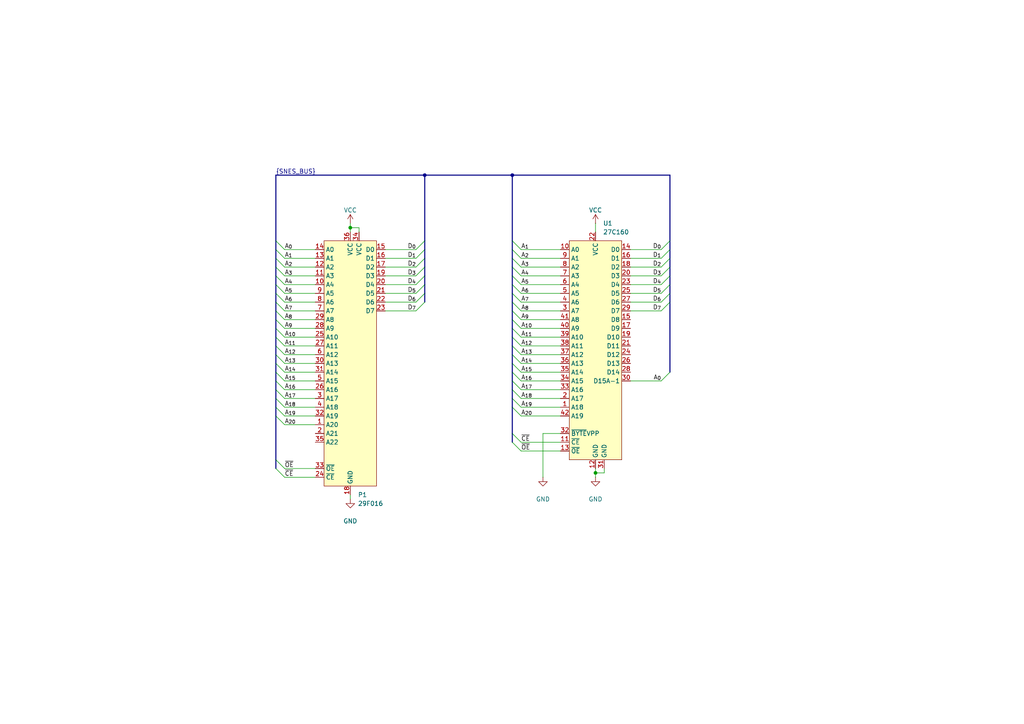
<source format=kicad_sch>
(kicad_sch
	(version 20231120)
	(generator "eeschema")
	(generator_version "8.0")
	(uuid "82b7db5e-cdaa-47c5-b8b2-8674e81c6490")
	(paper "A4")
	(title_block
		(title "SNES Mask ROM Adapter (27C160, Slim)")
		(date "2025-05-03")
		(rev "v1.0")
		(company "Mousebitelabs")
	)
	(lib_symbols
		(symbol "Bucketmouse:27C160"
			(exclude_from_sim no)
			(in_bom yes)
			(on_board yes)
			(property "Reference" "U"
				(at -7.62 31.75 0)
				(effects
					(font
						(size 1.27 1.27)
					)
				)
			)
			(property "Value" "27C160"
				(at -10.414 -34.29 0)
				(effects
					(font
						(size 1.27 1.27)
					)
					(justify left)
				)
			)
			(property "Footprint" ""
				(at 0 0 0)
				(effects
					(font
						(size 1.27 1.27)
					)
					(hide yes)
				)
			)
			(property "Datasheet" "https://pdf1.alldatasheet.com/datasheet-pdf/download/22897/STMICROELECTRONICS/27C160.html"
				(at 0.254 -48.006 0)
				(effects
					(font
						(size 1.27 1.27)
					)
					(hide yes)
				)
			)
			(property "Description" "16 Mbit UV EPROM"
				(at 0.508 -45.974 0)
				(effects
					(font
						(size 1.27 1.27)
					)
					(hide yes)
				)
			)
			(property "ki_keywords" "OTP EPROM 4MiBit"
				(at 0 0 0)
				(effects
					(font
						(size 1.27 1.27)
					)
					(hide yes)
				)
			)
			(property "ki_fp_filters" "DIP*W15.24mm* PLCC*"
				(at 0 0 0)
				(effects
					(font
						(size 1.27 1.27)
					)
					(hide yes)
				)
			)
			(symbol "27C160_1_1"
				(rectangle
					(start -7.62 30.48)
					(end 7.62 -33.02)
					(stroke
						(width 0)
						(type default)
					)
					(fill
						(type background)
					)
				)
				(pin input line
					(at -10.16 -17.78 0)
					(length 2.54)
					(name "A18"
						(effects
							(font
								(size 1.27 1.27)
							)
						)
					)
					(number "1"
						(effects
							(font
								(size 1.27 1.27)
							)
						)
					)
				)
				(pin input line
					(at -10.16 27.94 0)
					(length 2.54)
					(name "A0"
						(effects
							(font
								(size 1.27 1.27)
							)
						)
					)
					(number "10"
						(effects
							(font
								(size 1.27 1.27)
							)
						)
					)
				)
				(pin input line
					(at -10.16 -27.94 0)
					(length 2.54)
					(name "~{CE}"
						(effects
							(font
								(size 1.27 1.27)
							)
						)
					)
					(number "11"
						(effects
							(font
								(size 1.27 1.27)
							)
						)
					)
				)
				(pin power_in line
					(at 0 -35.56 90)
					(length 2.54)
					(name "GND"
						(effects
							(font
								(size 1.27 1.27)
							)
						)
					)
					(number "12"
						(effects
							(font
								(size 1.27 1.27)
							)
						)
					)
				)
				(pin input line
					(at -10.16 -30.48 0)
					(length 2.54)
					(name "~{OE}"
						(effects
							(font
								(size 1.27 1.27)
							)
						)
					)
					(number "13"
						(effects
							(font
								(size 1.27 1.27)
							)
						)
					)
				)
				(pin tri_state line
					(at 10.16 27.94 180)
					(length 2.54)
					(name "D0"
						(effects
							(font
								(size 1.27 1.27)
							)
						)
					)
					(number "14"
						(effects
							(font
								(size 1.27 1.27)
							)
						)
					)
				)
				(pin tri_state line
					(at 10.16 7.62 180)
					(length 2.54)
					(name "D8"
						(effects
							(font
								(size 1.27 1.27)
							)
						)
					)
					(number "15"
						(effects
							(font
								(size 1.27 1.27)
							)
						)
					)
				)
				(pin tri_state line
					(at 10.16 25.4 180)
					(length 2.54)
					(name "D1"
						(effects
							(font
								(size 1.27 1.27)
							)
						)
					)
					(number "16"
						(effects
							(font
								(size 1.27 1.27)
							)
						)
					)
				)
				(pin tri_state line
					(at 10.16 5.08 180)
					(length 2.54)
					(name "D9"
						(effects
							(font
								(size 1.27 1.27)
							)
						)
					)
					(number "17"
						(effects
							(font
								(size 1.27 1.27)
							)
						)
					)
				)
				(pin tri_state line
					(at 10.16 22.86 180)
					(length 2.54)
					(name "D2"
						(effects
							(font
								(size 1.27 1.27)
							)
						)
					)
					(number "18"
						(effects
							(font
								(size 1.27 1.27)
							)
						)
					)
				)
				(pin tri_state line
					(at 10.16 2.54 180)
					(length 2.54)
					(name "D10"
						(effects
							(font
								(size 1.27 1.27)
							)
						)
					)
					(number "19"
						(effects
							(font
								(size 1.27 1.27)
							)
						)
					)
				)
				(pin input line
					(at -10.16 -15.24 0)
					(length 2.54)
					(name "A17"
						(effects
							(font
								(size 1.27 1.27)
							)
						)
					)
					(number "2"
						(effects
							(font
								(size 1.27 1.27)
							)
						)
					)
				)
				(pin tri_state line
					(at 10.16 20.32 180)
					(length 2.54)
					(name "D3"
						(effects
							(font
								(size 1.27 1.27)
							)
						)
					)
					(number "20"
						(effects
							(font
								(size 1.27 1.27)
							)
						)
					)
				)
				(pin tri_state line
					(at 10.16 0 180)
					(length 2.54)
					(name "D11"
						(effects
							(font
								(size 1.27 1.27)
							)
						)
					)
					(number "21"
						(effects
							(font
								(size 1.27 1.27)
							)
						)
					)
				)
				(pin power_in line
					(at 0 33.02 270)
					(length 2.54)
					(name "VCC"
						(effects
							(font
								(size 1.27 1.27)
							)
						)
					)
					(number "22"
						(effects
							(font
								(size 1.27 1.27)
							)
						)
					)
				)
				(pin tri_state line
					(at 10.16 17.78 180)
					(length 2.54)
					(name "D4"
						(effects
							(font
								(size 1.27 1.27)
							)
						)
					)
					(number "23"
						(effects
							(font
								(size 1.27 1.27)
							)
						)
					)
				)
				(pin tri_state line
					(at 10.16 -2.54 180)
					(length 2.54)
					(name "D12"
						(effects
							(font
								(size 1.27 1.27)
							)
						)
					)
					(number "24"
						(effects
							(font
								(size 1.27 1.27)
							)
						)
					)
				)
				(pin tri_state line
					(at 10.16 15.24 180)
					(length 2.54)
					(name "D5"
						(effects
							(font
								(size 1.27 1.27)
							)
						)
					)
					(number "25"
						(effects
							(font
								(size 1.27 1.27)
							)
						)
					)
				)
				(pin tri_state line
					(at 10.16 -5.08 180)
					(length 2.54)
					(name "D13"
						(effects
							(font
								(size 1.27 1.27)
							)
						)
					)
					(number "26"
						(effects
							(font
								(size 1.27 1.27)
							)
						)
					)
				)
				(pin tri_state line
					(at 10.16 12.7 180)
					(length 2.54)
					(name "D6"
						(effects
							(font
								(size 1.27 1.27)
							)
						)
					)
					(number "27"
						(effects
							(font
								(size 1.27 1.27)
							)
						)
					)
				)
				(pin tri_state line
					(at 10.16 -7.62 180)
					(length 2.54)
					(name "D14"
						(effects
							(font
								(size 1.27 1.27)
							)
						)
					)
					(number "28"
						(effects
							(font
								(size 1.27 1.27)
							)
						)
					)
				)
				(pin tri_state line
					(at 10.16 10.16 180)
					(length 2.54)
					(name "D7"
						(effects
							(font
								(size 1.27 1.27)
							)
						)
					)
					(number "29"
						(effects
							(font
								(size 1.27 1.27)
							)
						)
					)
				)
				(pin input line
					(at -10.16 10.16 0)
					(length 2.54)
					(name "A7"
						(effects
							(font
								(size 1.27 1.27)
							)
						)
					)
					(number "3"
						(effects
							(font
								(size 1.27 1.27)
							)
						)
					)
				)
				(pin tri_state line
					(at 10.16 -10.16 180)
					(length 2.54)
					(name "D15A-1"
						(effects
							(font
								(size 1.27 1.27)
							)
						)
					)
					(number "30"
						(effects
							(font
								(size 1.27 1.27)
							)
						)
					)
				)
				(pin power_in line
					(at 2.54 -35.56 90)
					(length 2.54)
					(name "GND"
						(effects
							(font
								(size 1.27 1.27)
							)
						)
					)
					(number "31"
						(effects
							(font
								(size 1.27 1.27)
							)
						)
					)
				)
				(pin input line
					(at -10.16 -25.4 0)
					(length 2.54)
					(name "~{BYTE}VPP"
						(effects
							(font
								(size 1.27 1.27)
							)
						)
					)
					(number "32"
						(effects
							(font
								(size 1.27 1.27)
							)
						)
					)
				)
				(pin input line
					(at -10.16 -12.7 0)
					(length 2.54)
					(name "A16"
						(effects
							(font
								(size 1.27 1.27)
							)
						)
					)
					(number "33"
						(effects
							(font
								(size 1.27 1.27)
							)
						)
					)
				)
				(pin input line
					(at -10.16 -10.16 0)
					(length 2.54)
					(name "A15"
						(effects
							(font
								(size 1.27 1.27)
							)
						)
					)
					(number "34"
						(effects
							(font
								(size 1.27 1.27)
							)
						)
					)
				)
				(pin input line
					(at -10.16 -7.62 0)
					(length 2.54)
					(name "A14"
						(effects
							(font
								(size 1.27 1.27)
							)
						)
					)
					(number "35"
						(effects
							(font
								(size 1.27 1.27)
							)
						)
					)
				)
				(pin input line
					(at -10.16 -5.08 0)
					(length 2.54)
					(name "A13"
						(effects
							(font
								(size 1.27 1.27)
							)
						)
					)
					(number "36"
						(effects
							(font
								(size 1.27 1.27)
							)
						)
					)
				)
				(pin input line
					(at -10.16 -2.54 0)
					(length 2.54)
					(name "A12"
						(effects
							(font
								(size 1.27 1.27)
							)
						)
					)
					(number "37"
						(effects
							(font
								(size 1.27 1.27)
							)
						)
					)
				)
				(pin input line
					(at -10.16 0 0)
					(length 2.54)
					(name "A11"
						(effects
							(font
								(size 1.27 1.27)
							)
						)
					)
					(number "38"
						(effects
							(font
								(size 1.27 1.27)
							)
						)
					)
				)
				(pin input line
					(at -10.16 2.54 0)
					(length 2.54)
					(name "A10"
						(effects
							(font
								(size 1.27 1.27)
							)
						)
					)
					(number "39"
						(effects
							(font
								(size 1.27 1.27)
							)
						)
					)
				)
				(pin input line
					(at -10.16 12.7 0)
					(length 2.54)
					(name "A6"
						(effects
							(font
								(size 1.27 1.27)
							)
						)
					)
					(number "4"
						(effects
							(font
								(size 1.27 1.27)
							)
						)
					)
				)
				(pin input line
					(at -10.16 5.08 0)
					(length 2.54)
					(name "A9"
						(effects
							(font
								(size 1.27 1.27)
							)
						)
					)
					(number "40"
						(effects
							(font
								(size 1.27 1.27)
							)
						)
					)
				)
				(pin input line
					(at -10.16 7.62 0)
					(length 2.54)
					(name "A8"
						(effects
							(font
								(size 1.27 1.27)
							)
						)
					)
					(number "41"
						(effects
							(font
								(size 1.27 1.27)
							)
						)
					)
				)
				(pin input line
					(at -10.16 -20.32 0)
					(length 2.54)
					(name "A19"
						(effects
							(font
								(size 1.27 1.27)
							)
						)
					)
					(number "42"
						(effects
							(font
								(size 1.27 1.27)
							)
						)
					)
				)
				(pin input line
					(at -10.16 15.24 0)
					(length 2.54)
					(name "A5"
						(effects
							(font
								(size 1.27 1.27)
							)
						)
					)
					(number "5"
						(effects
							(font
								(size 1.27 1.27)
							)
						)
					)
				)
				(pin input line
					(at -10.16 17.78 0)
					(length 2.54)
					(name "A4"
						(effects
							(font
								(size 1.27 1.27)
							)
						)
					)
					(number "6"
						(effects
							(font
								(size 1.27 1.27)
							)
						)
					)
				)
				(pin input line
					(at -10.16 20.32 0)
					(length 2.54)
					(name "A3"
						(effects
							(font
								(size 1.27 1.27)
							)
						)
					)
					(number "7"
						(effects
							(font
								(size 1.27 1.27)
							)
						)
					)
				)
				(pin input line
					(at -10.16 22.86 0)
					(length 2.54)
					(name "A2"
						(effects
							(font
								(size 1.27 1.27)
							)
						)
					)
					(number "8"
						(effects
							(font
								(size 1.27 1.27)
							)
						)
					)
				)
				(pin input line
					(at -10.16 25.4 0)
					(length 2.54)
					(name "A1"
						(effects
							(font
								(size 1.27 1.27)
							)
						)
					)
					(number "9"
						(effects
							(font
								(size 1.27 1.27)
							)
						)
					)
				)
			)
		)
		(symbol "Bucketmouse:SNES_Mask_ROM"
			(exclude_from_sim no)
			(in_bom yes)
			(on_board yes)
			(property "Reference" "U"
				(at -7.62 31.75 0)
				(effects
					(font
						(size 1.27 1.27)
					)
				)
			)
			(property "Value" "29F016"
				(at -10.414 -42.164 0)
				(effects
					(font
						(size 1.27 1.27)
					)
					(justify left)
				)
			)
			(property "Footprint" ""
				(at 0 0 0)
				(effects
					(font
						(size 1.27 1.27)
					)
					(hide yes)
				)
			)
			(property "Datasheet" "https://www.alldatasheet.com/datasheet-pdf/view/74494/MCNIX/29F016-12.html"
				(at 0.254 -48.006 0)
				(effects
					(font
						(size 1.27 1.27)
					)
					(hide yes)
				)
			)
			(property "Description" "16 Mbit Flash"
				(at 0.508 -45.974 0)
				(effects
					(font
						(size 1.27 1.27)
					)
					(hide yes)
				)
			)
			(property "ki_keywords" "OTP EPROM 4MiBit"
				(at 0 0 0)
				(effects
					(font
						(size 1.27 1.27)
					)
					(hide yes)
				)
			)
			(property "ki_fp_filters" "DIP*W15.24mm* PLCC*"
				(at 0 0 0)
				(effects
					(font
						(size 1.27 1.27)
					)
					(hide yes)
				)
			)
			(symbol "SNES_Mask_ROM_1_1"
				(rectangle
					(start -7.62 30.48)
					(end 7.62 -40.64)
					(stroke
						(width 0)
						(type default)
					)
					(fill
						(type background)
					)
				)
				(pin output line
					(at -10.16 -22.86 0)
					(length 2.54)
					(name "A20"
						(effects
							(font
								(size 1.27 1.27)
							)
						)
					)
					(number "1"
						(effects
							(font
								(size 1.27 1.27)
							)
						)
					)
				)
				(pin output line
					(at -10.16 17.78 0)
					(length 2.54)
					(name "A4"
						(effects
							(font
								(size 1.27 1.27)
							)
						)
					)
					(number "10"
						(effects
							(font
								(size 1.27 1.27)
							)
						)
					)
				)
				(pin output line
					(at -10.16 20.32 0)
					(length 2.54)
					(name "A3"
						(effects
							(font
								(size 1.27 1.27)
							)
						)
					)
					(number "11"
						(effects
							(font
								(size 1.27 1.27)
							)
						)
					)
				)
				(pin output line
					(at -10.16 22.86 0)
					(length 2.54)
					(name "A2"
						(effects
							(font
								(size 1.27 1.27)
							)
						)
					)
					(number "12"
						(effects
							(font
								(size 1.27 1.27)
							)
						)
					)
				)
				(pin output line
					(at -10.16 25.4 0)
					(length 2.54)
					(name "A1"
						(effects
							(font
								(size 1.27 1.27)
							)
						)
					)
					(number "13"
						(effects
							(font
								(size 1.27 1.27)
							)
						)
					)
				)
				(pin output line
					(at -10.16 27.94 0)
					(length 2.54)
					(name "A0"
						(effects
							(font
								(size 1.27 1.27)
							)
						)
					)
					(number "14"
						(effects
							(font
								(size 1.27 1.27)
							)
						)
					)
				)
				(pin bidirectional line
					(at 10.16 27.94 180)
					(length 2.54)
					(name "D0"
						(effects
							(font
								(size 1.27 1.27)
							)
						)
					)
					(number "15"
						(effects
							(font
								(size 1.27 1.27)
							)
						)
					)
				)
				(pin bidirectional line
					(at 10.16 25.4 180)
					(length 2.54)
					(name "D1"
						(effects
							(font
								(size 1.27 1.27)
							)
						)
					)
					(number "16"
						(effects
							(font
								(size 1.27 1.27)
							)
						)
					)
				)
				(pin bidirectional line
					(at 10.16 22.86 180)
					(length 2.54)
					(name "D2"
						(effects
							(font
								(size 1.27 1.27)
							)
						)
					)
					(number "17"
						(effects
							(font
								(size 1.27 1.27)
							)
						)
					)
				)
				(pin power_in line
					(at 0 -43.18 90)
					(length 2.54)
					(name "GND"
						(effects
							(font
								(size 1.27 1.27)
							)
						)
					)
					(number "18"
						(effects
							(font
								(size 1.27 1.27)
							)
						)
					)
				)
				(pin bidirectional line
					(at 10.16 20.32 180)
					(length 2.54)
					(name "D3"
						(effects
							(font
								(size 1.27 1.27)
							)
						)
					)
					(number "19"
						(effects
							(font
								(size 1.27 1.27)
							)
						)
					)
				)
				(pin output line
					(at -10.16 -25.4 0)
					(length 2.54)
					(name "A21"
						(effects
							(font
								(size 1.27 1.27)
							)
						)
					)
					(number "2"
						(effects
							(font
								(size 1.27 1.27)
							)
						)
					)
				)
				(pin bidirectional line
					(at 10.16 17.78 180)
					(length 2.54)
					(name "D4"
						(effects
							(font
								(size 1.27 1.27)
							)
						)
					)
					(number "20"
						(effects
							(font
								(size 1.27 1.27)
							)
						)
					)
				)
				(pin bidirectional line
					(at 10.16 15.24 180)
					(length 2.54)
					(name "D5"
						(effects
							(font
								(size 1.27 1.27)
							)
						)
					)
					(number "21"
						(effects
							(font
								(size 1.27 1.27)
							)
						)
					)
				)
				(pin bidirectional line
					(at 10.16 12.7 180)
					(length 2.54)
					(name "D6"
						(effects
							(font
								(size 1.27 1.27)
							)
						)
					)
					(number "22"
						(effects
							(font
								(size 1.27 1.27)
							)
						)
					)
				)
				(pin bidirectional line
					(at 10.16 10.16 180)
					(length 2.54)
					(name "D7"
						(effects
							(font
								(size 1.27 1.27)
							)
						)
					)
					(number "23"
						(effects
							(font
								(size 1.27 1.27)
							)
						)
					)
				)
				(pin input line
					(at -10.16 -38.1 0)
					(length 2.54)
					(name "~{CE}"
						(effects
							(font
								(size 1.27 1.27)
							)
						)
					)
					(number "24"
						(effects
							(font
								(size 1.27 1.27)
							)
						)
					)
				)
				(pin output line
					(at -10.16 2.54 0)
					(length 2.54)
					(name "A10"
						(effects
							(font
								(size 1.27 1.27)
							)
						)
					)
					(number "25"
						(effects
							(font
								(size 1.27 1.27)
							)
						)
					)
				)
				(pin output line
					(at -10.16 -12.7 0)
					(length 2.54)
					(name "A16"
						(effects
							(font
								(size 1.27 1.27)
							)
						)
					)
					(number "26"
						(effects
							(font
								(size 1.27 1.27)
							)
						)
					)
				)
				(pin output line
					(at -10.16 0 0)
					(length 2.54)
					(name "A11"
						(effects
							(font
								(size 1.27 1.27)
							)
						)
					)
					(number "27"
						(effects
							(font
								(size 1.27 1.27)
							)
						)
					)
				)
				(pin output line
					(at -10.16 5.08 0)
					(length 2.54)
					(name "A9"
						(effects
							(font
								(size 1.27 1.27)
							)
						)
					)
					(number "28"
						(effects
							(font
								(size 1.27 1.27)
							)
						)
					)
				)
				(pin output line
					(at -10.16 7.62 0)
					(length 2.54)
					(name "A8"
						(effects
							(font
								(size 1.27 1.27)
							)
						)
					)
					(number "29"
						(effects
							(font
								(size 1.27 1.27)
							)
						)
					)
				)
				(pin output line
					(at -10.16 -15.24 0)
					(length 2.54)
					(name "A17"
						(effects
							(font
								(size 1.27 1.27)
							)
						)
					)
					(number "3"
						(effects
							(font
								(size 1.27 1.27)
							)
						)
					)
				)
				(pin output line
					(at -10.16 -5.08 0)
					(length 2.54)
					(name "A13"
						(effects
							(font
								(size 1.27 1.27)
							)
						)
					)
					(number "30"
						(effects
							(font
								(size 1.27 1.27)
							)
						)
					)
				)
				(pin output line
					(at -10.16 -7.62 0)
					(length 2.54)
					(name "A14"
						(effects
							(font
								(size 1.27 1.27)
							)
						)
					)
					(number "31"
						(effects
							(font
								(size 1.27 1.27)
							)
						)
					)
				)
				(pin output line
					(at -10.16 -20.32 0)
					(length 2.54)
					(name "A19"
						(effects
							(font
								(size 1.27 1.27)
							)
						)
					)
					(number "32"
						(effects
							(font
								(size 1.27 1.27)
							)
						)
					)
				)
				(pin input line
					(at -10.16 -35.56 0)
					(length 2.54)
					(name "~{OE}"
						(effects
							(font
								(size 1.27 1.27)
							)
						)
					)
					(number "33"
						(effects
							(font
								(size 1.27 1.27)
							)
						)
					)
				)
				(pin power_in line
					(at 2.54 33.02 270)
					(length 2.54)
					(name "VCC"
						(effects
							(font
								(size 1.27 1.27)
							)
						)
					)
					(number "34"
						(effects
							(font
								(size 1.27 1.27)
							)
						)
					)
				)
				(pin output line
					(at -10.16 -27.94 0)
					(length 2.54)
					(name "A22"
						(effects
							(font
								(size 1.27 1.27)
							)
						)
					)
					(number "35"
						(effects
							(font
								(size 1.27 1.27)
							)
						)
					)
				)
				(pin power_in line
					(at 0 33.02 270)
					(length 2.54)
					(name "VCC"
						(effects
							(font
								(size 1.27 1.27)
							)
						)
					)
					(number "36"
						(effects
							(font
								(size 1.27 1.27)
							)
						)
					)
				)
				(pin output line
					(at -10.16 -17.78 0)
					(length 2.54)
					(name "A18"
						(effects
							(font
								(size 1.27 1.27)
							)
						)
					)
					(number "4"
						(effects
							(font
								(size 1.27 1.27)
							)
						)
					)
				)
				(pin output line
					(at -10.16 -10.16 0)
					(length 2.54)
					(name "A15"
						(effects
							(font
								(size 1.27 1.27)
							)
						)
					)
					(number "5"
						(effects
							(font
								(size 1.27 1.27)
							)
						)
					)
				)
				(pin output line
					(at -10.16 -2.54 0)
					(length 2.54)
					(name "A12"
						(effects
							(font
								(size 1.27 1.27)
							)
						)
					)
					(number "6"
						(effects
							(font
								(size 1.27 1.27)
							)
						)
					)
				)
				(pin output line
					(at -10.16 10.16 0)
					(length 2.54)
					(name "A7"
						(effects
							(font
								(size 1.27 1.27)
							)
						)
					)
					(number "7"
						(effects
							(font
								(size 1.27 1.27)
							)
						)
					)
				)
				(pin output line
					(at -10.16 12.7 0)
					(length 2.54)
					(name "A6"
						(effects
							(font
								(size 1.27 1.27)
							)
						)
					)
					(number "8"
						(effects
							(font
								(size 1.27 1.27)
							)
						)
					)
				)
				(pin output line
					(at -10.16 15.24 0)
					(length 2.54)
					(name "A5"
						(effects
							(font
								(size 1.27 1.27)
							)
						)
					)
					(number "9"
						(effects
							(font
								(size 1.27 1.27)
							)
						)
					)
				)
			)
		)
		(symbol "power:GND"
			(power)
			(pin_numbers hide)
			(pin_names
				(offset 0) hide)
			(exclude_from_sim no)
			(in_bom yes)
			(on_board yes)
			(property "Reference" "#PWR"
				(at 0 -6.35 0)
				(effects
					(font
						(size 1.27 1.27)
					)
					(hide yes)
				)
			)
			(property "Value" "GND"
				(at 0 -3.81 0)
				(effects
					(font
						(size 1.27 1.27)
					)
				)
			)
			(property "Footprint" ""
				(at 0 0 0)
				(effects
					(font
						(size 1.27 1.27)
					)
					(hide yes)
				)
			)
			(property "Datasheet" ""
				(at 0 0 0)
				(effects
					(font
						(size 1.27 1.27)
					)
					(hide yes)
				)
			)
			(property "Description" "Power symbol creates a global label with name \"GND\" , ground"
				(at 0 0 0)
				(effects
					(font
						(size 1.27 1.27)
					)
					(hide yes)
				)
			)
			(property "ki_keywords" "global power"
				(at 0 0 0)
				(effects
					(font
						(size 1.27 1.27)
					)
					(hide yes)
				)
			)
			(symbol "GND_0_1"
				(polyline
					(pts
						(xy 0 0) (xy 0 -1.27) (xy 1.27 -1.27) (xy 0 -2.54) (xy -1.27 -1.27) (xy 0 -1.27)
					)
					(stroke
						(width 0)
						(type default)
					)
					(fill
						(type none)
					)
				)
			)
			(symbol "GND_1_1"
				(pin power_in line
					(at 0 0 270)
					(length 0)
					(name "~"
						(effects
							(font
								(size 1.27 1.27)
							)
						)
					)
					(number "1"
						(effects
							(font
								(size 1.27 1.27)
							)
						)
					)
				)
			)
		)
		(symbol "power:VCC"
			(power)
			(pin_numbers hide)
			(pin_names
				(offset 0) hide)
			(exclude_from_sim no)
			(in_bom yes)
			(on_board yes)
			(property "Reference" "#PWR"
				(at 0 -3.81 0)
				(effects
					(font
						(size 1.27 1.27)
					)
					(hide yes)
				)
			)
			(property "Value" "VCC"
				(at 0 3.556 0)
				(effects
					(font
						(size 1.27 1.27)
					)
				)
			)
			(property "Footprint" ""
				(at 0 0 0)
				(effects
					(font
						(size 1.27 1.27)
					)
					(hide yes)
				)
			)
			(property "Datasheet" ""
				(at 0 0 0)
				(effects
					(font
						(size 1.27 1.27)
					)
					(hide yes)
				)
			)
			(property "Description" "Power symbol creates a global label with name \"VCC\""
				(at 0 0 0)
				(effects
					(font
						(size 1.27 1.27)
					)
					(hide yes)
				)
			)
			(property "ki_keywords" "global power"
				(at 0 0 0)
				(effects
					(font
						(size 1.27 1.27)
					)
					(hide yes)
				)
			)
			(symbol "VCC_0_1"
				(polyline
					(pts
						(xy -0.762 1.27) (xy 0 2.54)
					)
					(stroke
						(width 0)
						(type default)
					)
					(fill
						(type none)
					)
				)
				(polyline
					(pts
						(xy 0 0) (xy 0 2.54)
					)
					(stroke
						(width 0)
						(type default)
					)
					(fill
						(type none)
					)
				)
				(polyline
					(pts
						(xy 0 2.54) (xy 0.762 1.27)
					)
					(stroke
						(width 0)
						(type default)
					)
					(fill
						(type none)
					)
				)
			)
			(symbol "VCC_1_1"
				(pin power_in line
					(at 0 0 90)
					(length 0)
					(name "~"
						(effects
							(font
								(size 1.27 1.27)
							)
						)
					)
					(number "1"
						(effects
							(font
								(size 1.27 1.27)
							)
						)
					)
				)
			)
		)
	)
	(bus_alias "SNES_BUS"
		(members "A_{0}" "A_{1}" "A_{2}" "A_{3}" "A_{4}" "A_{5}" "A_{6}" "A_{7}"
			"A_{8}" "A_{9}" "A_{10}" "A_{11}" "A_{12}" "A_{13}" "A_{14}" "A_{15}"
			"A_{16}" "A_{17}" "A_{18}" "A_{19}" "A_{20}" "~{OE}" "~{CE}" "D_{0}" "D_{1}"
			"D_{2}" "D_{3}" "D_{4}" "D_{5}" "D_{6}" "D_{7}"
		)
	)
	(junction
		(at 172.72 137.16)
		(diameter 0)
		(color 0 0 0 0)
		(uuid "2330fad1-924b-4f50-9922-863cf86201d5")
	)
	(junction
		(at 148.59 50.8)
		(diameter 0)
		(color 0 0 0 0)
		(uuid "7cde148f-396e-4e1f-9384-8c3ee5c79575")
	)
	(junction
		(at 101.6 66.04)
		(diameter 0)
		(color 0 0 0 0)
		(uuid "edf2d468-2251-462b-b500-a301b7e627c9")
	)
	(junction
		(at 123.19 50.8)
		(diameter 0)
		(color 0 0 0 0)
		(uuid "f0042e4c-1143-47c7-9ad5-20f6af130ed7")
	)
	(bus_entry
		(at 148.59 100.33)
		(size 2.54 2.54)
		(stroke
			(width 0)
			(type default)
		)
		(uuid "011f44b8-963d-4ede-8fdc-9a5c147fdc37")
	)
	(bus_entry
		(at 148.59 105.41)
		(size 2.54 2.54)
		(stroke
			(width 0)
			(type default)
		)
		(uuid "0205cbda-f82d-49ea-b51c-a6165a894f99")
	)
	(bus_entry
		(at 148.59 77.47)
		(size 2.54 2.54)
		(stroke
			(width 0)
			(type default)
		)
		(uuid "0b20a022-9c8b-473a-b87b-e2296d9b1167")
	)
	(bus_entry
		(at 148.59 128.27)
		(size 2.54 2.54)
		(stroke
			(width 0)
			(type default)
		)
		(uuid "0b69d973-5532-4f54-9ce9-1522229258b7")
	)
	(bus_entry
		(at 148.59 92.71)
		(size 2.54 2.54)
		(stroke
			(width 0)
			(type default)
		)
		(uuid "0b7ff35f-60cd-4219-ba6c-07dedb97f683")
	)
	(bus_entry
		(at 80.01 77.47)
		(size 2.54 2.54)
		(stroke
			(width 0)
			(type default)
		)
		(uuid "13d4a8ef-471d-4536-b29e-f246da944548")
	)
	(bus_entry
		(at 80.01 69.85)
		(size 2.54 2.54)
		(stroke
			(width 0)
			(type default)
		)
		(uuid "1eafab87-93e0-442a-8409-2cc20e19fa0e")
	)
	(bus_entry
		(at 123.19 72.39)
		(size -2.54 2.54)
		(stroke
			(width 0)
			(type default)
		)
		(uuid "230343ea-db22-40e8-90f7-440541a2fd55")
	)
	(bus_entry
		(at 148.59 74.93)
		(size 2.54 2.54)
		(stroke
			(width 0)
			(type default)
		)
		(uuid "2fed0b41-d56a-49fe-9c91-484f63669c7a")
	)
	(bus_entry
		(at 148.59 87.63)
		(size 2.54 2.54)
		(stroke
			(width 0)
			(type default)
		)
		(uuid "31c8f178-e778-41d7-8623-9615a2de4ce4")
	)
	(bus_entry
		(at 194.31 87.63)
		(size -2.54 2.54)
		(stroke
			(width 0)
			(type default)
		)
		(uuid "34dbe2f3-86c3-4b56-a558-fc4e01dc69d2")
	)
	(bus_entry
		(at 148.59 97.79)
		(size 2.54 2.54)
		(stroke
			(width 0)
			(type default)
		)
		(uuid "37d5faa5-d7fc-4af4-9b3b-10495107e891")
	)
	(bus_entry
		(at 148.59 102.87)
		(size 2.54 2.54)
		(stroke
			(width 0)
			(type default)
		)
		(uuid "39ac3808-1ecb-45a6-88e6-cb8f12d0f055")
	)
	(bus_entry
		(at 148.59 115.57)
		(size 2.54 2.54)
		(stroke
			(width 0)
			(type default)
		)
		(uuid "3b71bc2b-ccd5-4230-9340-ef1092f00e38")
	)
	(bus_entry
		(at 123.19 82.55)
		(size -2.54 2.54)
		(stroke
			(width 0)
			(type default)
		)
		(uuid "3d66448c-2f83-418f-bc8b-3e93bcabd612")
	)
	(bus_entry
		(at 123.19 74.93)
		(size -2.54 2.54)
		(stroke
			(width 0)
			(type default)
		)
		(uuid "3dfd9ea1-cdea-4b1b-a2d6-d7ba55f34fed")
	)
	(bus_entry
		(at 80.01 113.03)
		(size 2.54 2.54)
		(stroke
			(width 0)
			(type default)
		)
		(uuid "4f3862a7-02fa-477c-9b34-d977a5061621")
	)
	(bus_entry
		(at 80.01 107.95)
		(size 2.54 2.54)
		(stroke
			(width 0)
			(type default)
		)
		(uuid "50a5309b-013a-48e8-8b47-caf0fd07ac29")
	)
	(bus_entry
		(at 123.19 77.47)
		(size -2.54 2.54)
		(stroke
			(width 0)
			(type default)
		)
		(uuid "5ed6d59c-97d5-4bc2-ad11-e4b90499048d")
	)
	(bus_entry
		(at 194.31 74.93)
		(size -2.54 2.54)
		(stroke
			(width 0)
			(type default)
		)
		(uuid "5f1a0dab-269b-4a3d-b86b-e99a0e6407f3")
	)
	(bus_entry
		(at 80.01 120.65)
		(size 2.54 2.54)
		(stroke
			(width 0)
			(type default)
		)
		(uuid "5fa49f82-a519-4000-9701-716e1725d455")
	)
	(bus_entry
		(at 80.01 133.35)
		(size 2.54 2.54)
		(stroke
			(width 0)
			(type default)
		)
		(uuid "634963f6-1605-45b4-8ef3-c06b97f821f5")
	)
	(bus_entry
		(at 80.01 95.25)
		(size 2.54 2.54)
		(stroke
			(width 0)
			(type default)
		)
		(uuid "69bfa791-29a6-44e4-8423-6e8f099cd911")
	)
	(bus_entry
		(at 148.59 80.01)
		(size 2.54 2.54)
		(stroke
			(width 0)
			(type default)
		)
		(uuid "6c118f25-ec91-414b-adc2-0c7059bb3867")
	)
	(bus_entry
		(at 148.59 110.49)
		(size 2.54 2.54)
		(stroke
			(width 0)
			(type default)
		)
		(uuid "6f9c7bf7-415f-44b7-9540-43477874e02f")
	)
	(bus_entry
		(at 148.59 85.09)
		(size 2.54 2.54)
		(stroke
			(width 0)
			(type default)
		)
		(uuid "725906d2-1b0c-4d7f-a85a-5a6a44d7e8bd")
	)
	(bus_entry
		(at 80.01 97.79)
		(size 2.54 2.54)
		(stroke
			(width 0)
			(type default)
		)
		(uuid "732cf694-b525-419f-8c0f-ca268fce8ddd")
	)
	(bus_entry
		(at 194.31 82.55)
		(size -2.54 2.54)
		(stroke
			(width 0)
			(type default)
		)
		(uuid "75d499a5-0b0c-4c12-b1cd-16501ac66a6f")
	)
	(bus_entry
		(at 148.59 69.85)
		(size 2.54 2.54)
		(stroke
			(width 0)
			(type default)
		)
		(uuid "77824331-f855-472e-91c4-d8b42335dfd6")
	)
	(bus_entry
		(at 80.01 110.49)
		(size 2.54 2.54)
		(stroke
			(width 0)
			(type default)
		)
		(uuid "81381866-5f93-4114-b5a2-3928fb526e2d")
	)
	(bus_entry
		(at 80.01 100.33)
		(size 2.54 2.54)
		(stroke
			(width 0)
			(type default)
		)
		(uuid "85c30dfa-21d9-4a58-97e9-6608e34e5040")
	)
	(bus_entry
		(at 80.01 85.09)
		(size 2.54 2.54)
		(stroke
			(width 0)
			(type default)
		)
		(uuid "8905dbf5-b455-469f-a6bc-965191aff54a")
	)
	(bus_entry
		(at 148.59 118.11)
		(size 2.54 2.54)
		(stroke
			(width 0)
			(type default)
		)
		(uuid "902eb98f-0672-4981-8a7d-5599d2468e75")
	)
	(bus_entry
		(at 148.59 82.55)
		(size 2.54 2.54)
		(stroke
			(width 0)
			(type default)
		)
		(uuid "95d82539-1982-43b8-9d1f-2cdff81ada63")
	)
	(bus_entry
		(at 80.01 105.41)
		(size 2.54 2.54)
		(stroke
			(width 0)
			(type default)
		)
		(uuid "99860099-f0c0-463e-b4e1-d2bc152c1b43")
	)
	(bus_entry
		(at 80.01 74.93)
		(size 2.54 2.54)
		(stroke
			(width 0)
			(type default)
		)
		(uuid "9aa7fd61-0eb6-4747-9ff2-91f03685f046")
	)
	(bus_entry
		(at 148.59 90.17)
		(size 2.54 2.54)
		(stroke
			(width 0)
			(type default)
		)
		(uuid "9c1a01e1-0c7e-4d24-ba36-d53cc1c3f466")
	)
	(bus_entry
		(at 194.31 72.39)
		(size -2.54 2.54)
		(stroke
			(width 0)
			(type default)
		)
		(uuid "a390305a-30e9-44cb-ad00-31997b4d73df")
	)
	(bus_entry
		(at 80.01 80.01)
		(size 2.54 2.54)
		(stroke
			(width 0)
			(type default)
		)
		(uuid "a82a5efe-f5b0-4def-b206-f3ee311056df")
	)
	(bus_entry
		(at 148.59 113.03)
		(size 2.54 2.54)
		(stroke
			(width 0)
			(type default)
		)
		(uuid "b09eb66a-1a38-446d-8bd9-3b614303a3e4")
	)
	(bus_entry
		(at 80.01 135.89)
		(size 2.54 2.54)
		(stroke
			(width 0)
			(type default)
		)
		(uuid "b1ecda0d-5b0f-4bc4-939c-16eae9b6d46c")
	)
	(bus_entry
		(at 194.31 69.85)
		(size -2.54 2.54)
		(stroke
			(width 0)
			(type default)
		)
		(uuid "b3df45dd-c18c-4df8-a9cb-930089ff5322")
	)
	(bus_entry
		(at 80.01 87.63)
		(size 2.54 2.54)
		(stroke
			(width 0)
			(type default)
		)
		(uuid "b535ecb8-e5da-4243-93e5-9f0cb3b07fee")
	)
	(bus_entry
		(at 80.01 102.87)
		(size 2.54 2.54)
		(stroke
			(width 0)
			(type default)
		)
		(uuid "bf8cb70f-5473-4cd5-847e-bb367622b80e")
	)
	(bus_entry
		(at 148.59 72.39)
		(size 2.54 2.54)
		(stroke
			(width 0)
			(type default)
		)
		(uuid "c8cdd5c2-4161-4607-9d42-eadb563c25bd")
	)
	(bus_entry
		(at 123.19 85.09)
		(size -2.54 2.54)
		(stroke
			(width 0)
			(type default)
		)
		(uuid "cc0fe911-90f9-4941-b94a-3079621e68ce")
	)
	(bus_entry
		(at 194.31 85.09)
		(size -2.54 2.54)
		(stroke
			(width 0)
			(type default)
		)
		(uuid "cec7513d-4e32-40e6-9024-5a6c5c6e7dd7")
	)
	(bus_entry
		(at 80.01 72.39)
		(size 2.54 2.54)
		(stroke
			(width 0)
			(type default)
		)
		(uuid "cfdb0824-3ba0-4243-b92f-4d85f3377721")
	)
	(bus_entry
		(at 80.01 92.71)
		(size 2.54 2.54)
		(stroke
			(width 0)
			(type default)
		)
		(uuid "d125f185-9743-4369-a5a9-0325de30ad00")
	)
	(bus_entry
		(at 194.31 80.01)
		(size -2.54 2.54)
		(stroke
			(width 0)
			(type default)
		)
		(uuid "d3be61e4-2af5-429e-ae95-e59872728f28")
	)
	(bus_entry
		(at 123.19 69.85)
		(size -2.54 2.54)
		(stroke
			(width 0)
			(type default)
		)
		(uuid "d5c6d59b-8972-4aaf-9b51-26245ab5038b")
	)
	(bus_entry
		(at 148.59 107.95)
		(size 2.54 2.54)
		(stroke
			(width 0)
			(type default)
		)
		(uuid "d6629539-581a-43b4-b95d-fa485a0ff9a8")
	)
	(bus_entry
		(at 80.01 82.55)
		(size 2.54 2.54)
		(stroke
			(width 0)
			(type default)
		)
		(uuid "e2acbbba-3d3c-4936-a4ec-19bcadf303bf")
	)
	(bus_entry
		(at 148.59 95.25)
		(size 2.54 2.54)
		(stroke
			(width 0)
			(type default)
		)
		(uuid "ea64a97f-3791-4683-a441-6a21f0ec2749")
	)
	(bus_entry
		(at 123.19 87.63)
		(size -2.54 2.54)
		(stroke
			(width 0)
			(type default)
		)
		(uuid "ea7f6343-33a1-4463-83a8-931a52f5c720")
	)
	(bus_entry
		(at 80.01 118.11)
		(size 2.54 2.54)
		(stroke
			(width 0)
			(type default)
		)
		(uuid "eb1b6ccb-3a51-44fe-9844-ed00363d058a")
	)
	(bus_entry
		(at 148.59 125.73)
		(size 2.54 2.54)
		(stroke
			(width 0)
			(type default)
		)
		(uuid "eed6a07e-c541-41e4-8263-52a1f83d28cf")
	)
	(bus_entry
		(at 194.31 107.95)
		(size -2.54 2.54)
		(stroke
			(width 0)
			(type default)
		)
		(uuid "f2c27645-f95f-4e10-bafc-d0f73bf77b25")
	)
	(bus_entry
		(at 123.19 80.01)
		(size -2.54 2.54)
		(stroke
			(width 0)
			(type default)
		)
		(uuid "f349619e-9ff5-4b36-9807-22f6c67ffdaa")
	)
	(bus_entry
		(at 194.31 77.47)
		(size -2.54 2.54)
		(stroke
			(width 0)
			(type default)
		)
		(uuid "f571cccb-0eb0-490e-8d9d-73dd9ad35c7e")
	)
	(bus_entry
		(at 80.01 115.57)
		(size 2.54 2.54)
		(stroke
			(width 0)
			(type default)
		)
		(uuid "f63612e4-8da8-48b3-a8e9-9cff5a4cd189")
	)
	(bus_entry
		(at 80.01 90.17)
		(size 2.54 2.54)
		(stroke
			(width 0)
			(type default)
		)
		(uuid "fb360b91-367a-47b7-b931-192e912e04f8")
	)
	(wire
		(pts
			(xy 82.55 102.87) (xy 91.44 102.87)
		)
		(stroke
			(width 0)
			(type default)
		)
		(uuid "0223a486-61c1-4a53-983f-df360b214ca1")
	)
	(bus
		(pts
			(xy 194.31 82.55) (xy 194.31 80.01)
		)
		(stroke
			(width 0)
			(type default)
		)
		(uuid "037311ff-5f85-4b59-a6ed-98ce2b902aba")
	)
	(wire
		(pts
			(xy 182.88 87.63) (xy 191.77 87.63)
		)
		(stroke
			(width 0)
			(type default)
		)
		(uuid "054d47c2-5cf6-48dc-9d18-377fddfa7e27")
	)
	(bus
		(pts
			(xy 123.19 80.01) (xy 123.19 77.47)
		)
		(stroke
			(width 0)
			(type default)
		)
		(uuid "08640bc4-39f6-4438-93db-9b00a4ef6adf")
	)
	(bus
		(pts
			(xy 80.01 87.63) (xy 80.01 90.17)
		)
		(stroke
			(width 0)
			(type default)
		)
		(uuid "092b859c-cfff-47be-83fe-93e1299d0af6")
	)
	(bus
		(pts
			(xy 148.59 90.17) (xy 148.59 92.71)
		)
		(stroke
			(width 0)
			(type default)
		)
		(uuid "0d09c5bc-f088-41b0-bc86-54f9425c99dd")
	)
	(wire
		(pts
			(xy 191.77 110.49) (xy 182.88 110.49)
		)
		(stroke
			(width 0)
			(type default)
		)
		(uuid "0e1a809b-4df4-4cf8-b7f0-442d3004227c")
	)
	(bus
		(pts
			(xy 194.31 74.93) (xy 194.31 72.39)
		)
		(stroke
			(width 0)
			(type default)
		)
		(uuid "0eabc0ab-3291-48a2-a60a-66ec9771c807")
	)
	(bus
		(pts
			(xy 123.19 85.09) (xy 123.19 82.55)
		)
		(stroke
			(width 0)
			(type default)
		)
		(uuid "0fd0611a-46f6-48df-bf21-793e7bd62080")
	)
	(bus
		(pts
			(xy 148.59 100.33) (xy 148.59 102.87)
		)
		(stroke
			(width 0)
			(type default)
		)
		(uuid "1074874e-786d-4144-962f-1c62ab52b57d")
	)
	(wire
		(pts
			(xy 82.55 95.25) (xy 91.44 95.25)
		)
		(stroke
			(width 0)
			(type default)
		)
		(uuid "13482f7e-d263-49ba-bcf1-f334f88a356b")
	)
	(bus
		(pts
			(xy 123.19 50.8) (xy 123.19 69.85)
		)
		(stroke
			(width 0)
			(type default)
		)
		(uuid "14baeed0-0694-421b-9a03-32a67c5bed8e")
	)
	(wire
		(pts
			(xy 151.13 85.09) (xy 162.56 85.09)
		)
		(stroke
			(width 0)
			(type default)
		)
		(uuid "14c4167b-439b-41ee-956a-abec5bd0b963")
	)
	(wire
		(pts
			(xy 111.76 80.01) (xy 120.65 80.01)
		)
		(stroke
			(width 0)
			(type default)
		)
		(uuid "14f76877-3f5d-494f-9462-bba6a206d87e")
	)
	(wire
		(pts
			(xy 182.88 90.17) (xy 191.77 90.17)
		)
		(stroke
			(width 0)
			(type default)
		)
		(uuid "18bdb911-b93b-467c-b72b-5e1bc1a3998a")
	)
	(wire
		(pts
			(xy 151.13 97.79) (xy 162.56 97.79)
		)
		(stroke
			(width 0)
			(type default)
		)
		(uuid "19483a5c-1201-4e75-8e30-4c054787565d")
	)
	(wire
		(pts
			(xy 101.6 66.04) (xy 101.6 67.31)
		)
		(stroke
			(width 0)
			(type default)
		)
		(uuid "1c3faaa0-7911-43de-8cb8-a50c5b515ac5")
	)
	(wire
		(pts
			(xy 151.13 95.25) (xy 162.56 95.25)
		)
		(stroke
			(width 0)
			(type default)
		)
		(uuid "2471ebad-aaf4-4d80-b0b6-ee45cddd48b9")
	)
	(bus
		(pts
			(xy 148.59 105.41) (xy 148.59 107.95)
		)
		(stroke
			(width 0)
			(type default)
		)
		(uuid "28f92a91-59ec-47b4-bf1d-d81907a02961")
	)
	(wire
		(pts
			(xy 82.55 120.65) (xy 91.44 120.65)
		)
		(stroke
			(width 0)
			(type default)
		)
		(uuid "28f97cf6-4b7f-4c6a-902d-ba1d9a4508c6")
	)
	(bus
		(pts
			(xy 194.31 80.01) (xy 194.31 77.47)
		)
		(stroke
			(width 0)
			(type default)
		)
		(uuid "2aa51d90-1ce2-4abd-ac02-134f230ceaa6")
	)
	(wire
		(pts
			(xy 151.13 128.27) (xy 162.56 128.27)
		)
		(stroke
			(width 0)
			(type default)
		)
		(uuid "2c7ce3d6-c95c-4ea1-b1bb-940d481f6e3d")
	)
	(wire
		(pts
			(xy 151.13 87.63) (xy 162.56 87.63)
		)
		(stroke
			(width 0)
			(type default)
		)
		(uuid "2e1758cf-ca6d-4ba2-8911-75ab04796406")
	)
	(bus
		(pts
			(xy 80.01 95.25) (xy 80.01 97.79)
		)
		(stroke
			(width 0)
			(type default)
		)
		(uuid "2f57456b-4ce9-4fcd-9ced-e33b91038355")
	)
	(wire
		(pts
			(xy 172.72 137.16) (xy 175.26 137.16)
		)
		(stroke
			(width 0)
			(type default)
		)
		(uuid "32344492-eb50-4422-ad3c-e22e7a055886")
	)
	(wire
		(pts
			(xy 151.13 102.87) (xy 162.56 102.87)
		)
		(stroke
			(width 0)
			(type default)
		)
		(uuid "32fedf13-904f-4c28-9f27-dc593170ab4c")
	)
	(wire
		(pts
			(xy 82.55 72.39) (xy 91.44 72.39)
		)
		(stroke
			(width 0)
			(type default)
		)
		(uuid "3353fca5-8eb5-453b-8429-ae0f9f753381")
	)
	(wire
		(pts
			(xy 82.55 110.49) (xy 91.44 110.49)
		)
		(stroke
			(width 0)
			(type default)
		)
		(uuid "38128ae3-132b-4516-aee5-f7298c50e536")
	)
	(bus
		(pts
			(xy 80.01 120.65) (xy 80.01 133.35)
		)
		(stroke
			(width 0)
			(type default)
		)
		(uuid "38a354ef-d2df-4a26-bf1a-786089550712")
	)
	(bus
		(pts
			(xy 80.01 77.47) (xy 80.01 80.01)
		)
		(stroke
			(width 0)
			(type default)
		)
		(uuid "3bbaf2eb-cc1a-42ab-a196-8e397cdc2c29")
	)
	(wire
		(pts
			(xy 151.13 100.33) (xy 162.56 100.33)
		)
		(stroke
			(width 0)
			(type default)
		)
		(uuid "3c52bbe2-9075-4e95-ab49-4e150bb5097b")
	)
	(wire
		(pts
			(xy 82.55 113.03) (xy 91.44 113.03)
		)
		(stroke
			(width 0)
			(type default)
		)
		(uuid "3de7e7e9-e21a-4966-be58-76a695bef1cf")
	)
	(bus
		(pts
			(xy 80.01 80.01) (xy 80.01 82.55)
		)
		(stroke
			(width 0)
			(type default)
		)
		(uuid "3ed449d8-d0d3-4cf7-b374-387c33c3bf38")
	)
	(wire
		(pts
			(xy 151.13 115.57) (xy 162.56 115.57)
		)
		(stroke
			(width 0)
			(type default)
		)
		(uuid "3f5e864b-c96f-4af2-9aa3-2d888113bfa4")
	)
	(wire
		(pts
			(xy 82.55 80.01) (xy 91.44 80.01)
		)
		(stroke
			(width 0)
			(type default)
		)
		(uuid "40148de8-bea6-4231-bae4-6a4a8afc7115")
	)
	(bus
		(pts
			(xy 148.59 125.73) (xy 148.59 128.27)
		)
		(stroke
			(width 0)
			(type default)
		)
		(uuid "4187dc16-7b84-42bc-b59a-7b59aaf66541")
	)
	(bus
		(pts
			(xy 123.19 87.63) (xy 123.19 85.09)
		)
		(stroke
			(width 0)
			(type default)
		)
		(uuid "430ca6ee-eec9-430b-93d6-1f72628f526c")
	)
	(wire
		(pts
			(xy 151.13 74.93) (xy 162.56 74.93)
		)
		(stroke
			(width 0)
			(type default)
		)
		(uuid "4342cb62-5de4-4f78-85cd-a3be68690348")
	)
	(wire
		(pts
			(xy 111.76 82.55) (xy 120.65 82.55)
		)
		(stroke
			(width 0)
			(type default)
		)
		(uuid "479d7080-cadf-49f5-b3b4-0999c4eb0c9f")
	)
	(wire
		(pts
			(xy 111.76 85.09) (xy 120.65 85.09)
		)
		(stroke
			(width 0)
			(type default)
		)
		(uuid "4dd42c78-5f45-4c29-ad48-f277b6d6a85c")
	)
	(bus
		(pts
			(xy 80.01 118.11) (xy 80.01 120.65)
		)
		(stroke
			(width 0)
			(type default)
		)
		(uuid "4eafef62-2585-426d-9daf-8c028a4372c0")
	)
	(wire
		(pts
			(xy 111.76 90.17) (xy 120.65 90.17)
		)
		(stroke
			(width 0)
			(type default)
		)
		(uuid "4f47a422-5b7c-4beb-9d30-a8233f379072")
	)
	(bus
		(pts
			(xy 148.59 50.8) (xy 148.59 69.85)
		)
		(stroke
			(width 0)
			(type default)
		)
		(uuid "4f77ee03-47a3-4d25-82e5-6f705a7578f1")
	)
	(bus
		(pts
			(xy 148.59 74.93) (xy 148.59 77.47)
		)
		(stroke
			(width 0)
			(type default)
		)
		(uuid "5144f786-16e6-4971-b4ec-e10b03a9a8d8")
	)
	(bus
		(pts
			(xy 148.59 107.95) (xy 148.59 110.49)
		)
		(stroke
			(width 0)
			(type default)
		)
		(uuid "52698774-c516-4ce3-a2bc-dd7b52eac752")
	)
	(bus
		(pts
			(xy 80.01 107.95) (xy 80.01 110.49)
		)
		(stroke
			(width 0)
			(type default)
		)
		(uuid "54ffadf8-abcd-4b8f-a575-20abebcae3ae")
	)
	(wire
		(pts
			(xy 182.88 80.01) (xy 191.77 80.01)
		)
		(stroke
			(width 0)
			(type default)
		)
		(uuid "55b6e0a9-050d-488a-94aa-c18381765818")
	)
	(bus
		(pts
			(xy 80.01 100.33) (xy 80.01 102.87)
		)
		(stroke
			(width 0)
			(type default)
		)
		(uuid "562f69bb-a932-4759-bd26-61d0fe6ce051")
	)
	(wire
		(pts
			(xy 82.55 107.95) (xy 91.44 107.95)
		)
		(stroke
			(width 0)
			(type default)
		)
		(uuid "5834b18f-a6f1-4591-bb57-6693f0187d7b")
	)
	(wire
		(pts
			(xy 82.55 105.41) (xy 91.44 105.41)
		)
		(stroke
			(width 0)
			(type default)
		)
		(uuid "58604b5a-fc8b-475d-9bd2-370b697b0661")
	)
	(bus
		(pts
			(xy 80.01 105.41) (xy 80.01 107.95)
		)
		(stroke
			(width 0)
			(type default)
		)
		(uuid "58f572a2-5d4a-4997-b4d3-1adb77ba1b87")
	)
	(bus
		(pts
			(xy 80.01 92.71) (xy 80.01 95.25)
		)
		(stroke
			(width 0)
			(type default)
		)
		(uuid "5a251ed4-ff04-464e-bdeb-e4c34644d469")
	)
	(wire
		(pts
			(xy 151.13 72.39) (xy 162.56 72.39)
		)
		(stroke
			(width 0)
			(type default)
		)
		(uuid "5a72de02-2b77-4534-b89f-0590f1a6270c")
	)
	(bus
		(pts
			(xy 194.31 50.8) (xy 194.31 69.85)
		)
		(stroke
			(width 0)
			(type default)
		)
		(uuid "5bed743f-1b54-412f-917e-15eb46bb7fca")
	)
	(bus
		(pts
			(xy 80.01 85.09) (xy 80.01 87.63)
		)
		(stroke
			(width 0)
			(type default)
		)
		(uuid "5e098e2f-bbbe-44e3-94ae-abf4913b8a6c")
	)
	(bus
		(pts
			(xy 80.01 72.39) (xy 80.01 74.93)
		)
		(stroke
			(width 0)
			(type default)
		)
		(uuid "60dd2b84-2f72-41a9-9f81-122b326af7ee")
	)
	(bus
		(pts
			(xy 194.31 87.63) (xy 194.31 107.95)
		)
		(stroke
			(width 0)
			(type default)
		)
		(uuid "6232d589-b30e-4732-89b7-7eda5ef22264")
	)
	(wire
		(pts
			(xy 101.6 66.04) (xy 104.14 66.04)
		)
		(stroke
			(width 0)
			(type default)
		)
		(uuid "6263c9c1-37de-4c58-ae82-2a20b0250cb7")
	)
	(wire
		(pts
			(xy 82.55 123.19) (xy 91.44 123.19)
		)
		(stroke
			(width 0)
			(type default)
		)
		(uuid "644f1d8b-f9da-4ea2-97e7-cd414bd8e753")
	)
	(bus
		(pts
			(xy 148.59 95.25) (xy 148.59 97.79)
		)
		(stroke
			(width 0)
			(type default)
		)
		(uuid "6637aa78-e00f-4711-93a8-25adaf3eaae2")
	)
	(bus
		(pts
			(xy 80.01 102.87) (xy 80.01 105.41)
		)
		(stroke
			(width 0)
			(type default)
		)
		(uuid "6a715372-4188-4db5-9cef-ad7217fcdc63")
	)
	(bus
		(pts
			(xy 123.19 72.39) (xy 123.19 69.85)
		)
		(stroke
			(width 0)
			(type default)
		)
		(uuid "6b084ca0-8df0-4753-85cb-0113fbc91b31")
	)
	(wire
		(pts
			(xy 82.55 115.57) (xy 91.44 115.57)
		)
		(stroke
			(width 0)
			(type default)
		)
		(uuid "702ceb61-b9a7-49da-b1a3-dddeaa78f0d4")
	)
	(wire
		(pts
			(xy 82.55 135.89) (xy 91.44 135.89)
		)
		(stroke
			(width 0)
			(type default)
		)
		(uuid "70da384b-9f54-4278-a6a6-4e49c3c5f37b")
	)
	(wire
		(pts
			(xy 182.88 82.55) (xy 191.77 82.55)
		)
		(stroke
			(width 0)
			(type default)
		)
		(uuid "71526dc4-35d3-4c51-a74e-b004fde74fb3")
	)
	(wire
		(pts
			(xy 175.26 137.16) (xy 175.26 135.89)
		)
		(stroke
			(width 0)
			(type default)
		)
		(uuid "7319a3c3-054b-4045-85c8-7d94e1660e0f")
	)
	(wire
		(pts
			(xy 151.13 80.01) (xy 162.56 80.01)
		)
		(stroke
			(width 0)
			(type default)
		)
		(uuid "732c1d02-c701-4235-a8c0-ec61dda5f00e")
	)
	(wire
		(pts
			(xy 172.72 137.16) (xy 172.72 138.43)
		)
		(stroke
			(width 0)
			(type default)
		)
		(uuid "73f3ff75-0c6b-4b99-804b-d5f057c2255f")
	)
	(wire
		(pts
			(xy 82.55 90.17) (xy 91.44 90.17)
		)
		(stroke
			(width 0)
			(type default)
		)
		(uuid "7472162c-4f67-414f-a79e-8a6fe27a15f0")
	)
	(bus
		(pts
			(xy 123.19 82.55) (xy 123.19 80.01)
		)
		(stroke
			(width 0)
			(type default)
		)
		(uuid "751a1b71-8ec3-461e-9eed-a7296f447257")
	)
	(bus
		(pts
			(xy 194.31 77.47) (xy 194.31 74.93)
		)
		(stroke
			(width 0)
			(type default)
		)
		(uuid "752e5469-0e33-489c-b083-9cddc7923661")
	)
	(wire
		(pts
			(xy 182.88 72.39) (xy 191.77 72.39)
		)
		(stroke
			(width 0)
			(type default)
		)
		(uuid "79c9f44d-8e68-49be-888d-44db179fc23e")
	)
	(wire
		(pts
			(xy 101.6 143.51) (xy 101.6 144.78)
		)
		(stroke
			(width 0)
			(type default)
		)
		(uuid "7b7a2419-8249-4c99-b908-7b2568f32f1d")
	)
	(bus
		(pts
			(xy 148.59 72.39) (xy 148.59 74.93)
		)
		(stroke
			(width 0)
			(type default)
		)
		(uuid "7ccec9e1-abd7-4746-aafa-c0ad4c706af5")
	)
	(wire
		(pts
			(xy 82.55 74.93) (xy 91.44 74.93)
		)
		(stroke
			(width 0)
			(type default)
		)
		(uuid "7e4e5754-5de2-4e99-ae98-1b87c1626b01")
	)
	(wire
		(pts
			(xy 151.13 130.81) (xy 162.56 130.81)
		)
		(stroke
			(width 0)
			(type default)
		)
		(uuid "7fd32932-5764-4677-9c24-e93c5440e293")
	)
	(bus
		(pts
			(xy 148.59 85.09) (xy 148.59 87.63)
		)
		(stroke
			(width 0)
			(type default)
		)
		(uuid "8008c090-9063-4e61-98de-4b180697bba2")
	)
	(bus
		(pts
			(xy 148.59 115.57) (xy 148.59 118.11)
		)
		(stroke
			(width 0)
			(type default)
		)
		(uuid "883f4008-cad7-444c-8302-67732263da7f")
	)
	(bus
		(pts
			(xy 148.59 110.49) (xy 148.59 113.03)
		)
		(stroke
			(width 0)
			(type default)
		)
		(uuid "8a4707d5-0174-4f55-a675-b2aee3f3ec1a")
	)
	(wire
		(pts
			(xy 82.55 138.43) (xy 91.44 138.43)
		)
		(stroke
			(width 0)
			(type default)
		)
		(uuid "8a5724ca-d102-4fe3-a1b5-d24431369284")
	)
	(bus
		(pts
			(xy 148.59 92.71) (xy 148.59 95.25)
		)
		(stroke
			(width 0)
			(type default)
		)
		(uuid "8ab2e400-4a08-4b40-a93e-8120dda72083")
	)
	(bus
		(pts
			(xy 148.59 97.79) (xy 148.59 100.33)
		)
		(stroke
			(width 0)
			(type default)
		)
		(uuid "960a4c9e-e870-46a7-8eaf-385f108dfebe")
	)
	(wire
		(pts
			(xy 111.76 72.39) (xy 120.65 72.39)
		)
		(stroke
			(width 0)
			(type default)
		)
		(uuid "97a9e8d9-a632-4355-b3c6-791af118ee56")
	)
	(bus
		(pts
			(xy 80.01 74.93) (xy 80.01 77.47)
		)
		(stroke
			(width 0)
			(type default)
		)
		(uuid "99e0e40c-376f-4ca3-82eb-3357e9a54acf")
	)
	(wire
		(pts
			(xy 151.13 118.11) (xy 162.56 118.11)
		)
		(stroke
			(width 0)
			(type default)
		)
		(uuid "9a16e511-b21c-44c6-96e2-ea9fa341245e")
	)
	(bus
		(pts
			(xy 148.59 118.11) (xy 148.59 125.73)
		)
		(stroke
			(width 0)
			(type default)
		)
		(uuid "9bb8841a-817a-4506-a2b9-3116448d1dac")
	)
	(bus
		(pts
			(xy 194.31 50.8) (xy 148.59 50.8)
		)
		(stroke
			(width 0)
			(type default)
		)
		(uuid "9d79d649-918c-4737-a038-03795a75e715")
	)
	(wire
		(pts
			(xy 111.76 77.47) (xy 120.65 77.47)
		)
		(stroke
			(width 0)
			(type default)
		)
		(uuid "9f5da2e1-bba4-4b69-93e9-a2c9ecba3e69")
	)
	(bus
		(pts
			(xy 148.59 102.87) (xy 148.59 105.41)
		)
		(stroke
			(width 0)
			(type default)
		)
		(uuid "a0a70e98-f72b-427c-90b7-cf40a33b714e")
	)
	(bus
		(pts
			(xy 148.59 113.03) (xy 148.59 115.57)
		)
		(stroke
			(width 0)
			(type default)
		)
		(uuid "a1738fa9-3d3f-4c7b-ac98-91dad710c36f")
	)
	(wire
		(pts
			(xy 101.6 64.77) (xy 101.6 66.04)
		)
		(stroke
			(width 0)
			(type default)
		)
		(uuid "a658385b-e4d1-4f98-b2ec-2192bf63d686")
	)
	(wire
		(pts
			(xy 151.13 105.41) (xy 162.56 105.41)
		)
		(stroke
			(width 0)
			(type default)
		)
		(uuid "a7814810-6c56-4d37-b90b-c5f45ece76f0")
	)
	(bus
		(pts
			(xy 80.01 69.85) (xy 80.01 72.39)
		)
		(stroke
			(width 0)
			(type default)
		)
		(uuid "aca686e6-1f0c-4483-95fb-8c5054dde816")
	)
	(wire
		(pts
			(xy 172.72 64.77) (xy 172.72 67.31)
		)
		(stroke
			(width 0)
			(type default)
		)
		(uuid "aca6af22-e5d3-484a-a9d6-536624e665d7")
	)
	(wire
		(pts
			(xy 162.56 125.73) (xy 157.48 125.73)
		)
		(stroke
			(width 0)
			(type default)
		)
		(uuid "adf5738f-7c8a-4255-aa45-03eb39821490")
	)
	(bus
		(pts
			(xy 148.59 87.63) (xy 148.59 90.17)
		)
		(stroke
			(width 0)
			(type default)
		)
		(uuid "b096b76e-bba0-417d-90f3-34f1651c0bee")
	)
	(bus
		(pts
			(xy 80.01 50.8) (xy 80.01 69.85)
		)
		(stroke
			(width 0)
			(type default)
		)
		(uuid "b1ba2921-91e1-4fb3-bac6-4ece98991bbf")
	)
	(bus
		(pts
			(xy 80.01 110.49) (xy 80.01 113.03)
		)
		(stroke
			(width 0)
			(type default)
		)
		(uuid "b42efd05-bd8d-462f-a466-f0e8f9e26b80")
	)
	(bus
		(pts
			(xy 194.31 85.09) (xy 194.31 82.55)
		)
		(stroke
			(width 0)
			(type default)
		)
		(uuid "b47f3a13-f87c-4866-ab0b-9705cde294bd")
	)
	(wire
		(pts
			(xy 157.48 125.73) (xy 157.48 138.43)
		)
		(stroke
			(width 0)
			(type default)
		)
		(uuid "b75ba952-0fa1-47c6-b095-38225d62c114")
	)
	(wire
		(pts
			(xy 151.13 110.49) (xy 162.56 110.49)
		)
		(stroke
			(width 0)
			(type default)
		)
		(uuid "b801e32a-c450-44bf-93fa-5fa7489554a1")
	)
	(bus
		(pts
			(xy 148.59 82.55) (xy 148.59 85.09)
		)
		(stroke
			(width 0)
			(type default)
		)
		(uuid "bae05cc8-3e85-4281-9c9a-783e9cbe513c")
	)
	(wire
		(pts
			(xy 82.55 118.11) (xy 91.44 118.11)
		)
		(stroke
			(width 0)
			(type default)
		)
		(uuid "bd904adc-9257-4ff0-9efe-88d73772783d")
	)
	(bus
		(pts
			(xy 80.01 97.79) (xy 80.01 100.33)
		)
		(stroke
			(width 0)
			(type default)
		)
		(uuid "bf7472d7-0fc8-4f90-9cf6-b7ac2f62fab6")
	)
	(wire
		(pts
			(xy 151.13 113.03) (xy 162.56 113.03)
		)
		(stroke
			(width 0)
			(type default)
		)
		(uuid "c046b31e-bf65-43fe-894b-cd7f15e7fd1e")
	)
	(wire
		(pts
			(xy 151.13 107.95) (xy 162.56 107.95)
		)
		(stroke
			(width 0)
			(type default)
		)
		(uuid "c22b4acd-a180-4ab9-95a8-718888cc0c02")
	)
	(bus
		(pts
			(xy 80.01 113.03) (xy 80.01 115.57)
		)
		(stroke
			(width 0)
			(type default)
		)
		(uuid "c3b12859-29b2-4791-8e4b-6485cf7d55f7")
	)
	(wire
		(pts
			(xy 82.55 100.33) (xy 91.44 100.33)
		)
		(stroke
			(width 0)
			(type default)
		)
		(uuid "c43bf8cc-93a3-407c-9a0b-0711e5131ab9")
	)
	(bus
		(pts
			(xy 80.01 115.57) (xy 80.01 118.11)
		)
		(stroke
			(width 0)
			(type default)
		)
		(uuid "c686f4c2-eef8-4674-ad84-17ac19cff305")
	)
	(bus
		(pts
			(xy 194.31 72.39) (xy 194.31 69.85)
		)
		(stroke
			(width 0)
			(type default)
		)
		(uuid "c7e59f3b-53b7-4936-83e9-ff6c279d76d0")
	)
	(wire
		(pts
			(xy 182.88 77.47) (xy 191.77 77.47)
		)
		(stroke
			(width 0)
			(type default)
		)
		(uuid "c8c28e0d-66a9-46aa-9cd3-14201e178b97")
	)
	(wire
		(pts
			(xy 111.76 74.93) (xy 120.65 74.93)
		)
		(stroke
			(width 0)
			(type default)
		)
		(uuid "c8d60f54-cd9d-4956-8446-bcd31f461d59")
	)
	(wire
		(pts
			(xy 151.13 82.55) (xy 162.56 82.55)
		)
		(stroke
			(width 0)
			(type default)
		)
		(uuid "ca8d37b7-a347-4703-aad7-d5d173dd45ef")
	)
	(wire
		(pts
			(xy 82.55 82.55) (xy 91.44 82.55)
		)
		(stroke
			(width 0)
			(type default)
		)
		(uuid "cb732793-0d28-4c08-8db6-10160c3f117b")
	)
	(bus
		(pts
			(xy 80.01 82.55) (xy 80.01 85.09)
		)
		(stroke
			(width 0)
			(type default)
		)
		(uuid "d15dc81f-0e8c-48e2-abde-bafe965d46fd")
	)
	(wire
		(pts
			(xy 151.13 120.65) (xy 162.56 120.65)
		)
		(stroke
			(width 0)
			(type default)
		)
		(uuid "d172cfd7-947f-42e1-bb81-c427c9d7b1f5")
	)
	(wire
		(pts
			(xy 151.13 90.17) (xy 162.56 90.17)
		)
		(stroke
			(width 0)
			(type default)
		)
		(uuid "d2935b09-37d1-4b0f-b41c-c456d5d2bdf9")
	)
	(wire
		(pts
			(xy 104.14 66.04) (xy 104.14 67.31)
		)
		(stroke
			(width 0)
			(type default)
		)
		(uuid "d4525fbd-b40b-4aa2-a003-91fd75be1d75")
	)
	(wire
		(pts
			(xy 151.13 77.47) (xy 162.56 77.47)
		)
		(stroke
			(width 0)
			(type default)
		)
		(uuid "d8a11ff4-e68e-4746-b3c7-b82b2444590d")
	)
	(wire
		(pts
			(xy 182.88 85.09) (xy 191.77 85.09)
		)
		(stroke
			(width 0)
			(type default)
		)
		(uuid "dbbb68e5-348a-4c72-aad8-fbbf7c07a7fa")
	)
	(bus
		(pts
			(xy 123.19 74.93) (xy 123.19 72.39)
		)
		(stroke
			(width 0)
			(type default)
		)
		(uuid "dd3dbb6b-e519-4bed-b75b-d92b814d320e")
	)
	(bus
		(pts
			(xy 148.59 69.85) (xy 148.59 72.39)
		)
		(stroke
			(width 0)
			(type default)
		)
		(uuid "dd820316-8e5d-42b9-9402-4d05fb1dfeae")
	)
	(wire
		(pts
			(xy 82.55 97.79) (xy 91.44 97.79)
		)
		(stroke
			(width 0)
			(type default)
		)
		(uuid "e01c5371-07d4-472f-a6f2-8b9fc9bbcb98")
	)
	(bus
		(pts
			(xy 148.59 80.01) (xy 148.59 82.55)
		)
		(stroke
			(width 0)
			(type default)
		)
		(uuid "e4c3b6b8-517a-4bc5-8f18-2121aa083e26")
	)
	(wire
		(pts
			(xy 82.55 87.63) (xy 91.44 87.63)
		)
		(stroke
			(width 0)
			(type default)
		)
		(uuid "e58853e1-4ca3-430f-ac48-c7043fb8f5b0")
	)
	(bus
		(pts
			(xy 80.01 133.35) (xy 80.01 135.89)
		)
		(stroke
			(width 0)
			(type default)
		)
		(uuid "e6fe1df1-2e3e-44e2-ac77-f786aaf3ee5c")
	)
	(bus
		(pts
			(xy 194.31 87.63) (xy 194.31 85.09)
		)
		(stroke
			(width 0)
			(type default)
		)
		(uuid "e807ec19-7120-4cbe-849c-ef1b9b1260a2")
	)
	(wire
		(pts
			(xy 182.88 74.93) (xy 191.77 74.93)
		)
		(stroke
			(width 0)
			(type default)
		)
		(uuid "ebfc3ec3-0488-4ed4-8717-a86b8f25abb9")
	)
	(wire
		(pts
			(xy 82.55 77.47) (xy 91.44 77.47)
		)
		(stroke
			(width 0)
			(type default)
		)
		(uuid "ed1b4818-e703-40f3-8623-9ffb253a2543")
	)
	(bus
		(pts
			(xy 80.01 90.17) (xy 80.01 92.71)
		)
		(stroke
			(width 0)
			(type default)
		)
		(uuid "efe73044-c4fd-4877-aa55-276f9afa92bd")
	)
	(wire
		(pts
			(xy 172.72 135.89) (xy 172.72 137.16)
		)
		(stroke
			(width 0)
			(type default)
		)
		(uuid "f06d2907-1243-41af-b15b-0d03b3d8e13b")
	)
	(bus
		(pts
			(xy 148.59 77.47) (xy 148.59 80.01)
		)
		(stroke
			(width 0)
			(type default)
		)
		(uuid "f1947349-c8ef-4839-9553-ce866519fac7")
	)
	(bus
		(pts
			(xy 80.01 50.8) (xy 123.19 50.8)
		)
		(stroke
			(width 0)
			(type default)
		)
		(uuid "f5710522-8923-4ea1-94d1-04701bdd0778")
	)
	(bus
		(pts
			(xy 123.19 50.8) (xy 148.59 50.8)
		)
		(stroke
			(width 0)
			(type default)
		)
		(uuid "f5a7007c-20fe-40f7-8fd9-3a18f988bf8e")
	)
	(bus
		(pts
			(xy 123.19 77.47) (xy 123.19 74.93)
		)
		(stroke
			(width 0)
			(type default)
		)
		(uuid "f9bf1de4-939a-4345-aeb9-a63a00884c4d")
	)
	(wire
		(pts
			(xy 111.76 87.63) (xy 120.65 87.63)
		)
		(stroke
			(width 0)
			(type default)
		)
		(uuid "fb0f2a35-5901-4b48-8168-e940e12986dd")
	)
	(wire
		(pts
			(xy 82.55 85.09) (xy 91.44 85.09)
		)
		(stroke
			(width 0)
			(type default)
		)
		(uuid "fe73d15e-af6f-4841-a5db-7a3d503b55d6")
	)
	(wire
		(pts
			(xy 151.13 92.71) (xy 162.56 92.71)
		)
		(stroke
			(width 0)
			(type default)
		)
		(uuid "ff36097c-a3e9-4146-8a29-66def18d38bb")
	)
	(wire
		(pts
			(xy 82.55 92.71) (xy 91.44 92.71)
		)
		(stroke
			(width 0)
			(type default)
		)
		(uuid "ff82e74b-f8ff-46b2-8cea-2d9d75855a2f")
	)
	(label "~{OE}"
		(at 82.55 135.89 0)
		(fields_autoplaced yes)
		(effects
			(font
				(size 1.27 1.27)
			)
			(justify left bottom)
		)
		(uuid "06779692-a3d4-47ff-93fc-1e1d5b097ff3")
	)
	(label "A_{5}"
		(at 151.13 82.55 0)
		(fields_autoplaced yes)
		(effects
			(font
				(size 1.27 1.27)
			)
			(justify left bottom)
		)
		(uuid "0a570f97-1a51-4e4f-adff-5730ab5f6c01")
	)
	(label "~{CE}"
		(at 151.13 128.27 0)
		(fields_autoplaced yes)
		(effects
			(font
				(size 1.27 1.27)
			)
			(justify left bottom)
		)
		(uuid "0bbd434c-ffdc-41a5-9dfc-e9d75df1f2d6")
	)
	(label "A_{18}"
		(at 82.55 118.11 0)
		(fields_autoplaced yes)
		(effects
			(font
				(size 1.27 1.27)
			)
			(justify left bottom)
		)
		(uuid "0cba431b-e4b8-4922-aa4a-c4a782bdc734")
	)
	(label "A_{10}"
		(at 82.55 97.79 0)
		(fields_autoplaced yes)
		(effects
			(font
				(size 1.27 1.27)
			)
			(justify left bottom)
		)
		(uuid "0fea46ca-fe96-4952-9c62-b4268eec826b")
	)
	(label "A_{1}"
		(at 151.13 72.39 0)
		(fields_autoplaced yes)
		(effects
			(font
				(size 1.27 1.27)
			)
			(justify left bottom)
		)
		(uuid "2301580d-5ad8-416a-b9d7-d470d5e4189d")
	)
	(label "A_{6}"
		(at 82.55 87.63 0)
		(fields_autoplaced yes)
		(effects
			(font
				(size 1.27 1.27)
			)
			(justify left bottom)
		)
		(uuid "25a4b70a-67d9-443d-a165-7fdbde37dfee")
	)
	(label "A_{14}"
		(at 151.13 105.41 0)
		(fields_autoplaced yes)
		(effects
			(font
				(size 1.27 1.27)
			)
			(justify left bottom)
		)
		(uuid "3566a94e-6f07-406e-8180-a98afe2d1302")
	)
	(label "A_{6}"
		(at 151.13 85.09 0)
		(fields_autoplaced yes)
		(effects
			(font
				(size 1.27 1.27)
			)
			(justify left bottom)
		)
		(uuid "3eddffd9-378e-4131-9af6-97bc909fc567")
	)
	(label "A_{16}"
		(at 151.13 110.49 0)
		(fields_autoplaced yes)
		(effects
			(font
				(size 1.27 1.27)
			)
			(justify left bottom)
		)
		(uuid "3fed1b1a-8c0b-4d43-985d-f1806fd1a12d")
	)
	(label "A_{4}"
		(at 151.13 80.01 0)
		(fields_autoplaced yes)
		(effects
			(font
				(size 1.27 1.27)
			)
			(justify left bottom)
		)
		(uuid "40808d2a-9a50-4a04-94fe-278005bb8d20")
	)
	(label "A_{14}"
		(at 82.55 107.95 0)
		(fields_autoplaced yes)
		(effects
			(font
				(size 1.27 1.27)
			)
			(justify left bottom)
		)
		(uuid "48ce511e-4ad9-4d1b-a98b-bb9ccc6abf8e")
	)
	(label "A_{0}"
		(at 191.77 110.49 180)
		(fields_autoplaced yes)
		(effects
			(font
				(size 1.27 1.27)
			)
			(justify right bottom)
		)
		(uuid "4a651144-1e5e-4ff2-a58a-6b006612e883")
	)
	(label "A_{13}"
		(at 82.55 105.41 0)
		(fields_autoplaced yes)
		(effects
			(font
				(size 1.27 1.27)
			)
			(justify left bottom)
		)
		(uuid "52d60712-dcd5-442c-b32e-30cd29c9e38e")
	)
	(label "D_{7}"
		(at 120.65 90.17 180)
		(fields_autoplaced yes)
		(effects
			(font
				(size 1.27 1.27)
			)
			(justify right bottom)
		)
		(uuid "54e3a4bd-ae57-485a-85c8-c3ed34983a72")
	)
	(label "A_{13}"
		(at 151.13 102.87 0)
		(fields_autoplaced yes)
		(effects
			(font
				(size 1.27 1.27)
			)
			(justify left bottom)
		)
		(uuid "5516c2cc-70d0-49b3-a8f7-59686bb69018")
	)
	(label "A_{11}"
		(at 151.13 97.79 0)
		(fields_autoplaced yes)
		(effects
			(font
				(size 1.27 1.27)
			)
			(justify left bottom)
		)
		(uuid "59584d8a-57f8-465e-9fce-88558c1d19d4")
	)
	(label "D_{6}"
		(at 120.65 87.63 180)
		(fields_autoplaced yes)
		(effects
			(font
				(size 1.27 1.27)
			)
			(justify right bottom)
		)
		(uuid "5acf3475-cfeb-425b-9aea-a1b5f518c3c1")
	)
	(label "A_{20}"
		(at 82.55 123.19 0)
		(fields_autoplaced yes)
		(effects
			(font
				(size 1.27 1.27)
			)
			(justify left bottom)
		)
		(uuid "5d0c9ed9-0be2-4321-ba24-736e529aacd7")
	)
	(label "D_{3}"
		(at 120.65 80.01 180)
		(fields_autoplaced yes)
		(effects
			(font
				(size 1.27 1.27)
			)
			(justify right bottom)
		)
		(uuid "5eeef429-9d3a-4b1d-b12f-91dd540f5662")
	)
	(label "D_{3}"
		(at 191.77 80.01 180)
		(fields_autoplaced yes)
		(effects
			(font
				(size 1.27 1.27)
			)
			(justify right bottom)
		)
		(uuid "5fe687e3-dafe-4c72-83ce-07c8a06dfe2a")
	)
	(label "A_{19}"
		(at 151.13 118.11 0)
		(fields_autoplaced yes)
		(effects
			(font
				(size 1.27 1.27)
			)
			(justify left bottom)
		)
		(uuid "6b3f4054-e40c-48a8-978a-0a3b40121f61")
	)
	(label "A_{12}"
		(at 151.13 100.33 0)
		(fields_autoplaced yes)
		(effects
			(font
				(size 1.27 1.27)
			)
			(justify left bottom)
		)
		(uuid "6d5577e8-bccc-41bd-a88f-0617be42167b")
	)
	(label "A_{2}"
		(at 82.55 77.47 0)
		(fields_autoplaced yes)
		(effects
			(font
				(size 1.27 1.27)
			)
			(justify left bottom)
		)
		(uuid "6ea56e8e-d1e2-4c3a-90ab-f35497e2253a")
	)
	(label "A_{11}"
		(at 82.55 100.33 0)
		(fields_autoplaced yes)
		(effects
			(font
				(size 1.27 1.27)
			)
			(justify left bottom)
		)
		(uuid "6f23485a-d69f-43d0-8666-a60852cee436")
	)
	(label "A_{20}"
		(at 151.13 120.65 0)
		(fields_autoplaced yes)
		(effects
			(font
				(size 1.27 1.27)
			)
			(justify left bottom)
		)
		(uuid "75f5e3c4-1649-4589-ba1f-e340f500fd7c")
	)
	(label "A_{18}"
		(at 151.13 115.57 0)
		(fields_autoplaced yes)
		(effects
			(font
				(size 1.27 1.27)
			)
			(justify left bottom)
		)
		(uuid "78c936d3-9fd5-4f66-aafe-66014d1002e5")
	)
	(label "A_{15}"
		(at 151.13 107.95 0)
		(fields_autoplaced yes)
		(effects
			(font
				(size 1.27 1.27)
			)
			(justify left bottom)
		)
		(uuid "831e5ca1-9d6c-4b4f-9727-04c370682c59")
	)
	(label "D_{0}"
		(at 120.65 72.39 180)
		(fields_autoplaced yes)
		(effects
			(font
				(size 1.27 1.27)
			)
			(justify right bottom)
		)
		(uuid "869d4b6a-ddbd-49bb-9636-0d78ae26520a")
	)
	(label "A_{17}"
		(at 151.13 113.03 0)
		(fields_autoplaced yes)
		(effects
			(font
				(size 1.27 1.27)
			)
			(justify left bottom)
		)
		(uuid "89b1eb16-2fcc-40d2-aa77-bd42e9c15aed")
	)
	(label "A_{9}"
		(at 151.13 92.71 0)
		(fields_autoplaced yes)
		(effects
			(font
				(size 1.27 1.27)
			)
			(justify left bottom)
		)
		(uuid "8d4474e4-e982-488c-8a9c-f094ba996e09")
	)
	(label "A_{1}"
		(at 82.55 74.93 0)
		(fields_autoplaced yes)
		(effects
			(font
				(size 1.27 1.27)
			)
			(justify left bottom)
		)
		(uuid "8f7518d8-dda0-4eda-b1c7-0d14edff6e44")
	)
	(label "A_{19}"
		(at 82.55 120.65 0)
		(fields_autoplaced yes)
		(effects
			(font
				(size 1.27 1.27)
			)
			(justify left bottom)
		)
		(uuid "91a35d3f-13a1-4d68-b0d7-57148a07e637")
	)
	(label "A_{16}"
		(at 82.55 113.03 0)
		(fields_autoplaced yes)
		(effects
			(font
				(size 1.27 1.27)
			)
			(justify left bottom)
		)
		(uuid "9292549b-0630-4580-9181-508b5aed1bf2")
	)
	(label "A_{7}"
		(at 151.13 87.63 0)
		(fields_autoplaced yes)
		(effects
			(font
				(size 1.27 1.27)
			)
			(justify left bottom)
		)
		(uuid "929f62ad-972a-4959-823e-46bc9b502c74")
	)
	(label "A_{17}"
		(at 82.55 115.57 0)
		(fields_autoplaced yes)
		(effects
			(font
				(size 1.27 1.27)
			)
			(justify left bottom)
		)
		(uuid "9769b396-35cd-46af-9539-bc2dbec984c8")
	)
	(label "D_{0}"
		(at 191.77 72.39 180)
		(fields_autoplaced yes)
		(effects
			(font
				(size 1.27 1.27)
			)
			(justify right bottom)
		)
		(uuid "9af02d45-bddf-469c-a3bc-92049f6a5050")
	)
	(label "D_{2}"
		(at 191.77 77.47 180)
		(fields_autoplaced yes)
		(effects
			(font
				(size 1.27 1.27)
			)
			(justify right bottom)
		)
		(uuid "9c771576-9ba4-4807-aecd-025811cb685b")
	)
	(label "A_{8}"
		(at 82.55 92.71 0)
		(fields_autoplaced yes)
		(effects
			(font
				(size 1.27 1.27)
			)
			(justify left bottom)
		)
		(uuid "9cfa06b6-08c3-438b-ab3c-9457a2e5c653")
	)
	(label "A_{2}"
		(at 151.13 74.93 0)
		(fields_autoplaced yes)
		(effects
			(font
				(size 1.27 1.27)
			)
			(justify left bottom)
		)
		(uuid "a7b13e7a-4899-42eb-8436-ee9123049d6d")
	)
	(label "A_{8}"
		(at 151.13 90.17 0)
		(fields_autoplaced yes)
		(effects
			(font
				(size 1.27 1.27)
			)
			(justify left bottom)
		)
		(uuid "b03ce4cd-dd68-47e1-a176-18d63e6bc7fa")
	)
	(label "A_{3}"
		(at 82.55 80.01 0)
		(fields_autoplaced yes)
		(effects
			(font
				(size 1.27 1.27)
			)
			(justify left bottom)
		)
		(uuid "b1c85bae-02e6-4b6d-80e9-6a65dfbeed2a")
	)
	(label "A_{7}"
		(at 82.55 90.17 0)
		(fields_autoplaced yes)
		(effects
			(font
				(size 1.27 1.27)
			)
			(justify left bottom)
		)
		(uuid "b4e6d4cc-6533-4d1e-b86f-99f26f7ea03d")
	)
	(label "D_{4}"
		(at 120.65 82.55 180)
		(fields_autoplaced yes)
		(effects
			(font
				(size 1.27 1.27)
			)
			(justify right bottom)
		)
		(uuid "b60bdcfc-6477-430b-bfcf-c590639ef6d2")
	)
	(label "D_{5}"
		(at 120.65 85.09 180)
		(fields_autoplaced yes)
		(effects
			(font
				(size 1.27 1.27)
			)
			(justify right bottom)
		)
		(uuid "c2faa2bf-5a84-4808-bd1f-4f40fb34c19e")
	)
	(label "D_{6}"
		(at 191.77 87.63 180)
		(fields_autoplaced yes)
		(effects
			(font
				(size 1.27 1.27)
			)
			(justify right bottom)
		)
		(uuid "c3baacc2-3f5b-4b97-b180-c599acbf5cdf")
	)
	(label "A_{9}"
		(at 82.55 95.25 0)
		(fields_autoplaced yes)
		(effects
			(font
				(size 1.27 1.27)
			)
			(justify left bottom)
		)
		(uuid "c5849529-784f-4b1c-8b5b-5dd4f5a1e44d")
	)
	(label "A_{3}"
		(at 151.13 77.47 0)
		(fields_autoplaced yes)
		(effects
			(font
				(size 1.27 1.27)
			)
			(justify left bottom)
		)
		(uuid "cbc8b1d3-84c1-496c-9c45-f97c0c66a09a")
	)
	(label "A_{4}"
		(at 82.55 82.55 0)
		(fields_autoplaced yes)
		(effects
			(font
				(size 1.27 1.27)
			)
			(justify left bottom)
		)
		(uuid "cd26bf49-5c20-4709-907e-213f3c5babf9")
	)
	(label "A_{0}"
		(at 82.55 72.39 0)
		(fields_autoplaced yes)
		(effects
			(font
				(size 1.27 1.27)
			)
			(justify left bottom)
		)
		(uuid "d2eeeb66-7811-461d-a9cc-bdd873bf3cc5")
	)
	(label "~{CE}"
		(at 82.55 138.43 0)
		(fields_autoplaced yes)
		(effects
			(font
				(size 1.27 1.27)
			)
			(justify left bottom)
		)
		(uuid "d37e13c8-8ed5-4244-98ae-bd66dea4dba7")
	)
	(label "D_{7}"
		(at 191.77 90.17 180)
		(fields_autoplaced yes)
		(effects
			(font
				(size 1.27 1.27)
			)
			(justify right bottom)
		)
		(uuid "d423c963-c786-430b-a5da-6c6d8cc18bd7")
	)
	(label "~{OE}"
		(at 151.13 130.81 0)
		(fields_autoplaced yes)
		(effects
			(font
				(size 1.27 1.27)
			)
			(justify left bottom)
		)
		(uuid "d454bca1-d4a2-408e-b032-63748901aca1")
	)
	(label "D_{4}"
		(at 191.77 82.55 180)
		(fields_autoplaced yes)
		(effects
			(font
				(size 1.27 1.27)
			)
			(justify right bottom)
		)
		(uuid "d4f8e17e-0969-4b72-8ddf-ceb1eaa2ba28")
	)
	(label "D_{1}"
		(at 120.65 74.93 180)
		(fields_autoplaced yes)
		(effects
			(font
				(size 1.27 1.27)
			)
			(justify right bottom)
		)
		(uuid "d83fda7a-026d-4991-bdd5-71c11a5cc9be")
	)
	(label "A_{15}"
		(at 82.55 110.49 0)
		(fields_autoplaced yes)
		(effects
			(font
				(size 1.27 1.27)
			)
			(justify left bottom)
		)
		(uuid "dc671104-b182-4645-8611-b967552e00ee")
	)
	(label "A_{12}"
		(at 82.55 102.87 0)
		(fields_autoplaced yes)
		(effects
			(font
				(size 1.27 1.27)
			)
			(justify left bottom)
		)
		(uuid "e5947d32-eee7-45b0-84c4-9523c7cfae5c")
	)
	(label "D_{2}"
		(at 120.65 77.47 180)
		(fields_autoplaced yes)
		(effects
			(font
				(size 1.27 1.27)
			)
			(justify right bottom)
		)
		(uuid "eac67c13-cdfe-4e09-ac64-c47462ee8a6b")
	)
	(label "{SNES_BUS}"
		(at 80.01 50.8 0)
		(fields_autoplaced yes)
		(effects
			(font
				(size 1.27 1.27)
			)
			(justify left bottom)
		)
		(uuid "eeaf7eae-aa1a-4539-9ded-fb45003f5ca4")
	)
	(label "D_{5}"
		(at 191.77 85.09 180)
		(fields_autoplaced yes)
		(effects
			(font
				(size 1.27 1.27)
			)
			(justify right bottom)
		)
		(uuid "f4684670-12e7-4cf7-8777-bf7fe4a685e4")
	)
	(label "D_{1}"
		(at 191.77 74.93 180)
		(fields_autoplaced yes)
		(effects
			(font
				(size 1.27 1.27)
			)
			(justify right bottom)
		)
		(uuid "f8122409-d2ec-4de8-b1ea-9f9f4294fbe0")
	)
	(label "A_{10}"
		(at 151.13 95.25 0)
		(fields_autoplaced yes)
		(effects
			(font
				(size 1.27 1.27)
			)
			(justify left bottom)
		)
		(uuid "f905e337-f564-48ec-b355-bfb70ce4f997")
	)
	(label "A_{5}"
		(at 82.55 85.09 0)
		(fields_autoplaced yes)
		(effects
			(font
				(size 1.27 1.27)
			)
			(justify left bottom)
		)
		(uuid "fb694285-1496-4e1d-bd19-4c07a28fd6b8")
	)
	(symbol
		(lib_id "power:GND")
		(at 101.6 144.78 0)
		(unit 1)
		(exclude_from_sim no)
		(in_bom yes)
		(on_board yes)
		(dnp no)
		(fields_autoplaced yes)
		(uuid "925a734d-1a90-43f6-8216-8d59799e49e6")
		(property "Reference" "#PWR05"
			(at 101.6 151.13 0)
			(effects
				(font
					(size 1.27 1.27)
				)
				(hide yes)
			)
		)
		(property "Value" "GND"
			(at 101.6 151.13 0)
			(effects
				(font
					(size 1.27 1.27)
				)
			)
		)
		(property "Footprint" ""
			(at 101.6 144.78 0)
			(effects
				(font
					(size 1.27 1.27)
				)
				(hide yes)
			)
		)
		(property "Datasheet" ""
			(at 101.6 144.78 0)
			(effects
				(font
					(size 1.27 1.27)
				)
				(hide yes)
			)
		)
		(property "Description" "Power symbol creates a global label with name \"GND\" , ground"
			(at 101.6 144.78 0)
			(effects
				(font
					(size 1.27 1.27)
				)
				(hide yes)
			)
		)
		(pin "1"
			(uuid "217ba102-dc6d-4cf7-b3f0-d10dc9c99615")
		)
		(instances
			(project "SNES_27C322_Extender_1-0"
				(path "/82b7db5e-cdaa-47c5-b8b2-8674e81c6490"
					(reference "#PWR05")
					(unit 1)
				)
			)
		)
	)
	(symbol
		(lib_id "power:GND")
		(at 172.72 138.43 0)
		(unit 1)
		(exclude_from_sim no)
		(in_bom yes)
		(on_board yes)
		(dnp no)
		(fields_autoplaced yes)
		(uuid "a53276f7-0a44-4a3b-b2d8-39039b3f2287")
		(property "Reference" "#PWR02"
			(at 172.72 144.78 0)
			(effects
				(font
					(size 1.27 1.27)
				)
				(hide yes)
			)
		)
		(property "Value" "GND"
			(at 172.72 144.78 0)
			(effects
				(font
					(size 1.27 1.27)
				)
			)
		)
		(property "Footprint" ""
			(at 172.72 138.43 0)
			(effects
				(font
					(size 1.27 1.27)
				)
				(hide yes)
			)
		)
		(property "Datasheet" ""
			(at 172.72 138.43 0)
			(effects
				(font
					(size 1.27 1.27)
				)
				(hide yes)
			)
		)
		(property "Description" "Power symbol creates a global label with name \"GND\" , ground"
			(at 172.72 138.43 0)
			(effects
				(font
					(size 1.27 1.27)
				)
				(hide yes)
			)
		)
		(pin "1"
			(uuid "149e5f89-59d1-4cba-a547-621b8b27d55e")
		)
		(instances
			(project "SNES_27C322_Extender_1-0"
				(path "/82b7db5e-cdaa-47c5-b8b2-8674e81c6490"
					(reference "#PWR02")
					(unit 1)
				)
			)
		)
	)
	(symbol
		(lib_id "power:VCC")
		(at 172.72 64.77 0)
		(unit 1)
		(exclude_from_sim no)
		(in_bom yes)
		(on_board yes)
		(dnp no)
		(fields_autoplaced yes)
		(uuid "b76c82f4-085a-471c-b57f-aaa5d7cab2c0")
		(property "Reference" "#PWR04"
			(at 172.72 68.58 0)
			(effects
				(font
					(size 1.27 1.27)
				)
				(hide yes)
			)
		)
		(property "Value" "VCC"
			(at 172.72 60.96 0)
			(effects
				(font
					(size 1.27 1.27)
				)
			)
		)
		(property "Footprint" ""
			(at 172.72 64.77 0)
			(effects
				(font
					(size 1.27 1.27)
				)
				(hide yes)
			)
		)
		(property "Datasheet" ""
			(at 172.72 64.77 0)
			(effects
				(font
					(size 1.27 1.27)
				)
				(hide yes)
			)
		)
		(property "Description" "Power symbol creates a global label with name \"VCC\""
			(at 172.72 64.77 0)
			(effects
				(font
					(size 1.27 1.27)
				)
				(hide yes)
			)
		)
		(pin "1"
			(uuid "3c3a6e93-ea55-45cf-9818-7e58e0b71a0d")
		)
		(instances
			(project ""
				(path "/82b7db5e-cdaa-47c5-b8b2-8674e81c6490"
					(reference "#PWR04")
					(unit 1)
				)
			)
		)
	)
	(symbol
		(lib_id "power:VCC")
		(at 101.6 64.77 0)
		(unit 1)
		(exclude_from_sim no)
		(in_bom yes)
		(on_board yes)
		(dnp no)
		(fields_autoplaced yes)
		(uuid "c8507220-0634-48ba-b338-2dcade57f238")
		(property "Reference" "#PWR03"
			(at 101.6 68.58 0)
			(effects
				(font
					(size 1.27 1.27)
				)
				(hide yes)
			)
		)
		(property "Value" "VCC"
			(at 101.6 60.96 0)
			(effects
				(font
					(size 1.27 1.27)
				)
			)
		)
		(property "Footprint" ""
			(at 101.6 64.77 0)
			(effects
				(font
					(size 1.27 1.27)
				)
				(hide yes)
			)
		)
		(property "Datasheet" ""
			(at 101.6 64.77 0)
			(effects
				(font
					(size 1.27 1.27)
				)
				(hide yes)
			)
		)
		(property "Description" "Power symbol creates a global label with name \"VCC\""
			(at 101.6 64.77 0)
			(effects
				(font
					(size 1.27 1.27)
				)
				(hide yes)
			)
		)
		(pin "1"
			(uuid "119e752f-af6d-4d47-af66-52c212f14f78")
		)
		(instances
			(project "SNES_27C322_Extender_1-0"
				(path "/82b7db5e-cdaa-47c5-b8b2-8674e81c6490"
					(reference "#PWR03")
					(unit 1)
				)
			)
		)
	)
	(symbol
		(lib_id "power:GND")
		(at 157.48 138.43 0)
		(unit 1)
		(exclude_from_sim no)
		(in_bom yes)
		(on_board yes)
		(dnp no)
		(fields_autoplaced yes)
		(uuid "cf133817-36e5-4348-934e-d5f9f3ee77c8")
		(property "Reference" "#PWR01"
			(at 157.48 144.78 0)
			(effects
				(font
					(size 1.27 1.27)
				)
				(hide yes)
			)
		)
		(property "Value" "GND"
			(at 157.48 144.78 0)
			(effects
				(font
					(size 1.27 1.27)
				)
			)
		)
		(property "Footprint" ""
			(at 157.48 138.43 0)
			(effects
				(font
					(size 1.27 1.27)
				)
				(hide yes)
			)
		)
		(property "Datasheet" ""
			(at 157.48 138.43 0)
			(effects
				(font
					(size 1.27 1.27)
				)
				(hide yes)
			)
		)
		(property "Description" "Power symbol creates a global label with name \"GND\" , ground"
			(at 157.48 138.43 0)
			(effects
				(font
					(size 1.27 1.27)
				)
				(hide yes)
			)
		)
		(pin "1"
			(uuid "02eeabfb-08a8-4e5d-a394-a3452fd8b1ea")
		)
		(instances
			(project ""
				(path "/82b7db5e-cdaa-47c5-b8b2-8674e81c6490"
					(reference "#PWR01")
					(unit 1)
				)
			)
		)
	)
	(symbol
		(lib_id "Bucketmouse:SNES_Mask_ROM")
		(at 101.6 100.33 0)
		(unit 1)
		(exclude_from_sim no)
		(in_bom yes)
		(on_board yes)
		(dnp no)
		(fields_autoplaced yes)
		(uuid "de2a4053-e07a-4ed4-840f-91ade94a201a")
		(property "Reference" "P1"
			(at 103.7941 143.51 0)
			(effects
				(font
					(size 1.27 1.27)
				)
				(justify left)
			)
		)
		(property "Value" "29F016"
			(at 103.7941 146.05 0)
			(effects
				(font
					(size 1.27 1.27)
				)
				(justify left)
			)
		)
		(property "Footprint" "Bucketmouse:36-PDIP_ROUND"
			(at 101.6 100.33 0)
			(effects
				(font
					(size 1.27 1.27)
				)
				(hide yes)
			)
		)
		(property "Datasheet" "https://www.alldatasheet.com/datasheet-pdf/view/74494/MCNIX/29F016-12.html"
			(at 101.854 148.336 0)
			(effects
				(font
					(size 1.27 1.27)
				)
				(hide yes)
			)
		)
		(property "Description" "16 Mbit Flash"
			(at 102.108 146.304 0)
			(effects
				(font
					(size 1.27 1.27)
				)
				(hide yes)
			)
		)
		(pin "4"
			(uuid "e76a1226-d3ac-4039-9a99-8d0994759ace")
		)
		(pin "23"
			(uuid "81b9cc53-82fb-48f2-919e-5f8cba70d3aa")
		)
		(pin "5"
			(uuid "defca2be-9c36-4c03-9b02-69f4a52f2af0")
		)
		(pin "33"
			(uuid "252c3a5e-1be5-47e5-8728-49692038c7d8")
		)
		(pin "34"
			(uuid "0fb1e998-03b6-4df3-8ba4-35e846cd5dee")
		)
		(pin "18"
			(uuid "6bda10d5-d5c5-4faa-8c84-6894b87a1d97")
		)
		(pin "32"
			(uuid "253f9f0a-122b-4df5-828f-c0e9f5e89daa")
		)
		(pin "20"
			(uuid "3219ce34-82ef-4962-98f3-a772c8782c5b")
		)
		(pin "36"
			(uuid "145f62e4-1939-499b-978b-0509ffb2aba5")
		)
		(pin "2"
			(uuid "2544953b-36ab-47a1-9b3e-f1b472dbe95c")
		)
		(pin "17"
			(uuid "05597434-223c-41e4-b905-5613fa15aa46")
		)
		(pin "29"
			(uuid "16615c28-b869-498c-b3fd-103648565341")
		)
		(pin "27"
			(uuid "5999514d-e42e-4ddc-9d8b-29862bd8a4cb")
		)
		(pin "10"
			(uuid "b6c947c7-3e21-4b83-8a1b-29ff730a2d09")
		)
		(pin "1"
			(uuid "5447b732-7c54-40ca-835c-689fa6b55cc7")
		)
		(pin "11"
			(uuid "095f45dc-8c1c-4ab1-afd3-675a9530ba46")
		)
		(pin "16"
			(uuid "057a3286-4312-4fde-a7cf-7134b455ded1")
		)
		(pin "22"
			(uuid "357b41c7-1c7b-41d4-a104-5f4f13ab558c")
		)
		(pin "25"
			(uuid "b7b6ba86-692a-4427-88cf-66f3c871a24d")
		)
		(pin "28"
			(uuid "f7776c92-7bc3-46bd-b3cb-62ca8a168f81")
		)
		(pin "3"
			(uuid "086628e4-c477-4a1f-a777-946ea49e94cb")
		)
		(pin "30"
			(uuid "c343cc78-3235-4b08-a785-f70003a3d96d")
		)
		(pin "12"
			(uuid "2f205aaf-e9ce-467d-bad3-4bdb7c075435")
		)
		(pin "15"
			(uuid "78ddff88-f565-425d-851f-6c90fc6936ef")
		)
		(pin "26"
			(uuid "ba29e0c4-b5e2-4e8b-bd38-3885ba120afd")
		)
		(pin "21"
			(uuid "012d3181-341d-458d-9c9f-51e21857c195")
		)
		(pin "14"
			(uuid "4d8ea545-5f04-484a-a41c-45f4c080d262")
		)
		(pin "24"
			(uuid "728fb10b-7aa3-412c-811e-b537c6c0c813")
		)
		(pin "31"
			(uuid "b03c8fe8-d7bc-4f65-8bcc-1ba9897a6a8d")
		)
		(pin "19"
			(uuid "6e1a3b30-836a-4818-8065-a8002f83d471")
		)
		(pin "35"
			(uuid "44c9cf56-8265-43b1-9607-e9e7ae66b837")
		)
		(pin "13"
			(uuid "201eb728-5e95-450f-8af0-c97dc7918747")
		)
		(pin "7"
			(uuid "b1ccab37-93a7-4e20-b74a-fb43fcc58229")
		)
		(pin "9"
			(uuid "fa368c04-5fba-4a18-a033-652a0a40ebbd")
		)
		(pin "8"
			(uuid "a189c5c1-87b5-4d22-9756-1563f9599f95")
		)
		(pin "6"
			(uuid "176979aa-cdb2-4020-9e64-c38765fe2435")
		)
		(instances
			(project ""
				(path "/82b7db5e-cdaa-47c5-b8b2-8674e81c6490"
					(reference "P1")
					(unit 1)
				)
			)
		)
	)
	(symbol
		(lib_id "Bucketmouse:27C160")
		(at 172.72 100.33 0)
		(unit 1)
		(exclude_from_sim no)
		(in_bom yes)
		(on_board yes)
		(dnp no)
		(fields_autoplaced yes)
		(uuid "fb754cdb-fb60-4afb-b0ab-2ef0146596d8")
		(property "Reference" "U1"
			(at 174.9141 64.77 0)
			(effects
				(font
					(size 1.27 1.27)
				)
				(justify left)
			)
		)
		(property "Value" "27C160"
			(at 174.9141 67.31 0)
			(effects
				(font
					(size 1.27 1.27)
				)
				(justify left)
			)
		)
		(property "Footprint" "Bucketmouse:DIP-42_W15.24mm"
			(at 172.72 100.33 0)
			(effects
				(font
					(size 1.27 1.27)
				)
				(hide yes)
			)
		)
		(property "Datasheet" "https://pdf1.alldatasheet.com/datasheet-pdf/download/22897/STMICROELECTRONICS/27C160.html"
			(at 172.974 148.336 0)
			(effects
				(font
					(size 1.27 1.27)
				)
				(hide yes)
			)
		)
		(property "Description" "16 Mbit UV EPROM"
			(at 173.228 146.304 0)
			(effects
				(font
					(size 1.27 1.27)
				)
				(hide yes)
			)
		)
		(pin "13"
			(uuid "28f2522b-8fd5-4ba7-bb12-070c1f8169bd")
		)
		(pin "14"
			(uuid "1fc98069-54b9-4e61-9b55-cc7d764f8da0")
		)
		(pin "16"
			(uuid "979c01c5-4d2b-4842-b8b3-5e7ea02b7611")
		)
		(pin "17"
			(uuid "ace880e3-b196-4c06-bb75-b65b698d9374")
		)
		(pin "12"
			(uuid "81d153c6-c49b-4a9e-bc0b-a00d28a77798")
		)
		(pin "2"
			(uuid "0d081571-3ae7-4426-a698-b6f6f90b76ad")
		)
		(pin "20"
			(uuid "fe111afc-b7e7-44f1-8617-be40f8969606")
		)
		(pin "21"
			(uuid "bbfba631-63be-4aca-a4a3-615121b8104a")
		)
		(pin "24"
			(uuid "56cb10e0-9dcb-40dc-85f2-ca0c17c534d8")
		)
		(pin "25"
			(uuid "db49333e-b6db-46d2-a055-a3bb6037d810")
		)
		(pin "27"
			(uuid "b7bd7ec3-a378-4d24-a5a8-35437977c52e")
		)
		(pin "28"
			(uuid "6cefcaf2-71a1-4854-afb4-b5c01afda67d")
		)
		(pin "29"
			(uuid "79dab1ce-f553-4cf2-8e9a-ef73ea8587f0")
		)
		(pin "1"
			(uuid "a89050e9-8c7d-465c-b2d3-70f8704573f4")
		)
		(pin "18"
			(uuid "d9abe523-a37c-47d4-85bb-455a6c776090")
		)
		(pin "26"
			(uuid "fe8f754b-8597-4c0a-95a1-520faa16c7df")
		)
		(pin "15"
			(uuid "d585a24e-7571-4300-b342-2208b88ae7bf")
		)
		(pin "3"
			(uuid "45e2cc0f-b5e4-441d-b5f6-aacec52ece22")
		)
		(pin "30"
			(uuid "fe61ce6a-d44c-427b-938d-ca909f7b12a1")
		)
		(pin "19"
			(uuid "01f7aeef-11d2-42eb-8406-5456bde68c5d")
		)
		(pin "22"
			(uuid "9bddc080-db77-4f5f-b9f9-d9f87edee612")
		)
		(pin "10"
			(uuid "009555db-09a6-4242-b61e-9e1308031780")
		)
		(pin "11"
			(uuid "c9d56144-f60d-4543-a501-d5c4da303fd8")
		)
		(pin "23"
			(uuid "29f3ae5c-f2c5-4cc6-b8ae-bf5b91cd34dd")
		)
		(pin "42"
			(uuid "1fcb759c-c866-467c-9792-edab9cebd34e")
		)
		(pin "40"
			(uuid "5bebbde6-4b9d-4a4a-a359-c24b3e937dbc")
		)
		(pin "32"
			(uuid "2ed67ef3-88f0-42f2-8ca8-a877df03ae56")
		)
		(pin "9"
			(uuid "501a4f55-85d8-4dfc-8cc5-0d0d71627543")
		)
		(pin "37"
			(uuid "5d2e80ca-1e76-4b2e-b193-1084832faeae")
		)
		(pin "31"
			(uuid "08966676-fca2-49d9-9fa6-e7726a47b2ef")
		)
		(pin "41"
			(uuid "6137b39c-f4a0-46d9-91c0-534a53b7b24a")
		)
		(pin "33"
			(uuid "458d7a5d-f7ea-46cf-b36f-2390381313db")
		)
		(pin "39"
			(uuid "52857287-6c92-48e0-97af-aadd4274c22d")
		)
		(pin "5"
			(uuid "c3ecf42c-ba72-491f-9c0e-cbf962aef826")
		)
		(pin "34"
			(uuid "76d904ff-2ab2-4a26-ac4d-eda16853f870")
		)
		(pin "7"
			(uuid "5754c169-f168-4d39-a2e3-45b6c435ae19")
		)
		(pin "8"
			(uuid "785bb37f-40c9-4817-8bda-83d7aa078d65")
		)
		(pin "4"
			(uuid "c3698014-30ac-4ea6-8b7b-e095190ca88b")
		)
		(pin "36"
			(uuid "76e5720f-db00-472f-bbcd-b567d58ac0a5")
		)
		(pin "6"
			(uuid "862e063d-0982-43ef-beb0-96a84de13260")
		)
		(pin "38"
			(uuid "b3d61e6e-90c6-4f2a-8063-377f2cec821d")
		)
		(pin "35"
			(uuid "1a483b08-5a1d-445d-86a7-b52a034d6833")
		)
		(instances
			(project ""
				(path "/82b7db5e-cdaa-47c5-b8b2-8674e81c6490"
					(reference "U1")
					(unit 1)
				)
			)
		)
	)
	(sheet_instances
		(path "/"
			(page "1")
		)
	)
)

</source>
